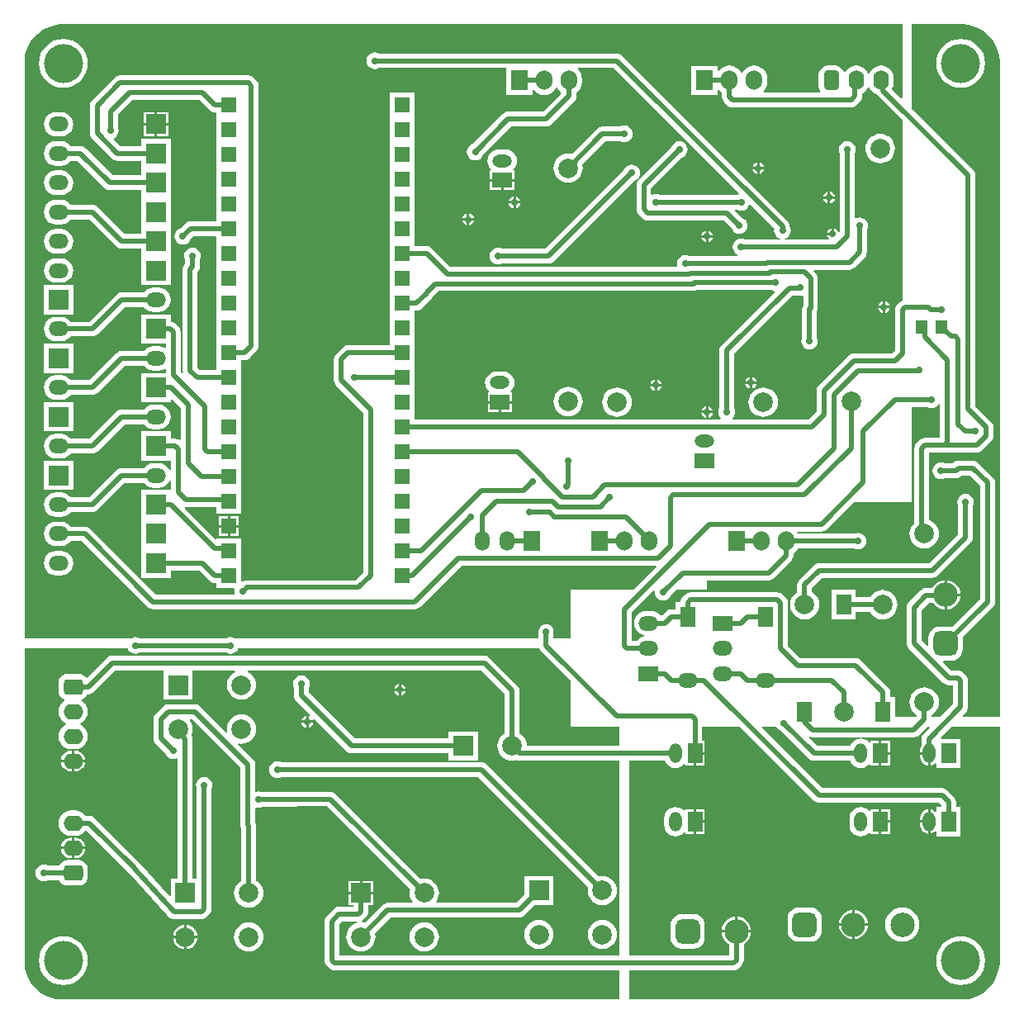
<source format=gbl>
G04*
G04 #@! TF.GenerationSoftware,Altium Limited,Altium Designer,21.3.2 (30)*
G04*
G04 Layer_Physical_Order=2*
G04 Layer_Color=16711680*
%FSLAX25Y25*%
%MOIN*%
G70*
G04*
G04 #@! TF.SameCoordinates,3938395F-A7AF-4B3E-ABAE-92C8EBC603DF*
G04*
G04*
G04 #@! TF.FilePolarity,Positive*
G04*
G01*
G75*
%ADD11C,0.01968*%
%ADD37R,0.06693X0.07874*%
%ADD38R,0.07874X0.07874*%
%ADD39R,0.05906X0.07874*%
%ADD40O,0.06693X0.07874*%
%ADD41O,0.05906X0.07874*%
%ADD44O,0.07874X0.05118*%
%ADD45R,0.07874X0.05906*%
%ADD48O,0.07874X0.05906*%
%ADD49O,0.07874X0.05906*%
%ADD50R,0.07874X0.05906*%
%ADD51C,0.07874*%
%ADD52O,0.05118X0.07874*%
%ADD53R,0.05906X0.07874*%
%ADD62R,0.04724X0.05709*%
G04:AMPARAMS|DCode=70|XSize=62.99mil|YSize=78.74mil|CornerRadius=15.75mil|HoleSize=0mil|Usage=FLASHONLY|Rotation=0.000|XOffset=0mil|YOffset=0mil|HoleType=Round|Shape=RoundedRectangle|*
%AMROUNDEDRECTD70*
21,1,0.06299,0.04724,0,0,0.0*
21,1,0.03150,0.07874,0,0,0.0*
1,1,0.03150,0.01575,-0.02362*
1,1,0.03150,-0.01575,-0.02362*
1,1,0.03150,-0.01575,0.02362*
1,1,0.03150,0.01575,0.02362*
%
%ADD70ROUNDEDRECTD70*%
%ADD71O,0.06299X0.07874*%
G04:AMPARAMS|DCode=72|XSize=62.99mil|YSize=78.74mil|CornerRadius=15.75mil|HoleSize=0mil|Usage=FLASHONLY|Rotation=90.000|XOffset=0mil|YOffset=0mil|HoleType=Round|Shape=RoundedRectangle|*
%AMROUNDEDRECTD72*
21,1,0.06299,0.04724,0,0,90.0*
21,1,0.03150,0.07874,0,0,90.0*
1,1,0.03150,0.02362,0.01575*
1,1,0.03150,0.02362,-0.01575*
1,1,0.03150,-0.02362,-0.01575*
1,1,0.03150,-0.02362,0.01575*
%
%ADD72ROUNDEDRECTD72*%
%ADD73O,0.07874X0.06299*%
G04:AMPARAMS|DCode=74|XSize=98.43mil|YSize=98.43mil|CornerRadius=24.61mil|HoleSize=0mil|Usage=FLASHONLY|Rotation=90.000|XOffset=0mil|YOffset=0mil|HoleType=Round|Shape=RoundedRectangle|*
%AMROUNDEDRECTD74*
21,1,0.09843,0.04921,0,0,90.0*
21,1,0.04921,0.09843,0,0,90.0*
1,1,0.04921,0.02461,0.02461*
1,1,0.04921,0.02461,-0.02461*
1,1,0.04921,-0.02461,-0.02461*
1,1,0.04921,-0.02461,0.02461*
%
%ADD74ROUNDEDRECTD74*%
%ADD75C,0.09843*%
%ADD76C,0.15748*%
G04:AMPARAMS|DCode=77|XSize=98.43mil|YSize=98.43mil|CornerRadius=24.61mil|HoleSize=0mil|Usage=FLASHONLY|Rotation=0.000|XOffset=0mil|YOffset=0mil|HoleType=Round|Shape=RoundedRectangle|*
%AMROUNDEDRECTD77*
21,1,0.09843,0.04921,0,0,0.0*
21,1,0.04921,0.09843,0,0,0.0*
1,1,0.04921,0.02461,-0.02461*
1,1,0.04921,-0.02461,-0.02461*
1,1,0.04921,-0.02461,0.02461*
1,1,0.04921,0.02461,0.02461*
%
%ADD77ROUNDEDRECTD77*%
%ADD78C,0.02756*%
%ADD79R,0.05937X0.05937*%
G36*
X354331Y364117D02*
X353869Y363926D01*
X350189Y367605D01*
X350258Y367694D01*
X350774Y368939D01*
X350950Y370276D01*
Y371850D01*
X350774Y373186D01*
X350258Y374432D01*
X349438Y375501D01*
X348369Y376321D01*
X347123Y376837D01*
X345787Y377013D01*
X344451Y376837D01*
X343206Y376321D01*
X342137Y375501D01*
X341317Y374432D01*
X341058Y373807D01*
X340517D01*
X340258Y374432D01*
X339438Y375501D01*
X338369Y376321D01*
X337123Y376837D01*
X335787Y377013D01*
X334451Y376837D01*
X333206Y376321D01*
X332137Y375501D01*
X331317Y374432D01*
X331276Y374334D01*
X330778Y374438D01*
X330457Y375212D01*
X329889Y375952D01*
X329149Y376520D01*
X328287Y376877D01*
X327362Y376999D01*
X324213D01*
X323288Y376877D01*
X322426Y376520D01*
X321685Y375952D01*
X321117Y375212D01*
X320760Y374350D01*
X320639Y373425D01*
Y368701D01*
X320760Y367776D01*
X321117Y366914D01*
X321307Y366667D01*
X321060Y366167D01*
X298504D01*
X298343Y366641D01*
X298397Y366682D01*
X299249Y367792D01*
X299784Y369085D01*
X299967Y370473D01*
Y371654D01*
X299784Y373041D01*
X299249Y374334D01*
X298397Y375444D01*
X297287Y376296D01*
X295994Y376832D01*
X294606Y377014D01*
X293219Y376832D01*
X291926Y376296D01*
X290816Y375444D01*
X289964Y374334D01*
X289856Y374075D01*
X289356D01*
X289249Y374334D01*
X288397Y375444D01*
X287287Y376296D01*
X285994Y376832D01*
X284606Y377014D01*
X283219Y376832D01*
X281926Y376296D01*
X280816Y375444D01*
X280421Y374930D01*
X279921Y375100D01*
Y376969D01*
X269291D01*
Y365158D01*
X279921D01*
Y367026D01*
X280421Y367196D01*
X280816Y366682D01*
X281628Y366058D01*
Y364342D01*
X281730Y363571D01*
X282027Y362853D01*
X282500Y362236D01*
X283653Y361083D01*
X284270Y360610D01*
X284989Y360312D01*
X285759Y360211D01*
X333661D01*
X334432Y360312D01*
X335151Y360610D01*
X335767Y361083D01*
X337294Y362609D01*
X337294Y362609D01*
X337767Y363226D01*
X338065Y363945D01*
X338166Y364715D01*
Y365721D01*
X338369Y365805D01*
X339438Y366625D01*
X340258Y367694D01*
X340517Y368319D01*
X341058D01*
X341317Y367694D01*
X342137Y366625D01*
X343206Y365805D01*
X344056Y365453D01*
X344510Y364861D01*
X354331Y355040D01*
Y282246D01*
X353995Y282107D01*
X353378Y281633D01*
X352225Y280480D01*
X351751Y279864D01*
X351454Y279145D01*
X351353Y278374D01*
Y262060D01*
X350144Y260852D01*
X334767D01*
X333996Y260751D01*
X333278Y260453D01*
X332661Y259980D01*
X332661Y259980D01*
X320729Y248047D01*
X320255Y247430D01*
X319958Y246712D01*
X319856Y245941D01*
Y237454D01*
X316680Y234277D01*
X285968D01*
X285798Y234777D01*
X285851Y234818D01*
X286388Y235517D01*
X286725Y236331D01*
X286840Y237205D01*
X286725Y238078D01*
X286443Y238759D01*
Y260825D01*
X309895Y284278D01*
X311789D01*
X312119Y284141D01*
X312992Y284026D01*
X313845Y284138D01*
X313948Y284139D01*
X314345Y283833D01*
Y280318D01*
X314052Y279612D01*
X313951Y278842D01*
Y267303D01*
X313669Y266622D01*
X313554Y265748D01*
X313669Y264874D01*
X314006Y264060D01*
X314542Y263361D01*
X315242Y262825D01*
X316055Y262488D01*
X316929Y262373D01*
X317803Y262488D01*
X318617Y262825D01*
X319316Y263361D01*
X319852Y264060D01*
X320189Y264874D01*
X320304Y265748D01*
X320189Y266622D01*
X319907Y267303D01*
Y277759D01*
X320200Y278465D01*
X320301Y279235D01*
Y291090D01*
X320301Y291090D01*
X320200Y291861D01*
X319902Y292579D01*
X319429Y293196D01*
X318466Y294158D01*
X318658Y294620D01*
X333004D01*
X333775Y294722D01*
X334493Y295019D01*
X335110Y295493D01*
X339196Y299579D01*
X339196Y299579D01*
X339670Y300196D01*
X339967Y300914D01*
X340069Y301685D01*
X340069Y301685D01*
Y310830D01*
X340351Y311511D01*
X340466Y312385D01*
X340351Y313259D01*
X340014Y314073D01*
X339477Y314772D01*
X338778Y315308D01*
X337964Y315645D01*
X337090Y315760D01*
X336217Y315645D01*
X335569Y315377D01*
X335069Y315627D01*
Y341575D01*
X335351Y342256D01*
X335466Y343130D01*
X335351Y344004D01*
X335014Y344818D01*
X334477Y345517D01*
X333778Y346053D01*
X332964Y346390D01*
X332090Y346505D01*
X331217Y346390D01*
X330403Y346053D01*
X329704Y345517D01*
X329167Y344818D01*
X328830Y344004D01*
X328715Y343130D01*
X328830Y342256D01*
X329112Y341575D01*
Y309907D01*
X329045Y309864D01*
X328512Y309983D01*
X327986Y310770D01*
X327200Y311295D01*
X326772Y311380D01*
Y309055D01*
X326272D01*
Y308555D01*
X323947D01*
X324032Y308127D01*
X324557Y307341D01*
X324673Y307263D01*
X324521Y306763D01*
X307057D01*
X306957Y307263D01*
X307678Y307562D01*
X308377Y308098D01*
X308914Y308797D01*
X309251Y309611D01*
X309366Y310485D01*
X309251Y311359D01*
X308969Y312040D01*
Y312120D01*
X308867Y312891D01*
X308570Y313609D01*
X308097Y314226D01*
X308096Y314226D01*
X241231Y381091D01*
X240614Y381564D01*
X239896Y381862D01*
X239125Y381963D01*
X143045D01*
X142364Y382245D01*
X141491Y382360D01*
X140617Y382245D01*
X139803Y381908D01*
X139104Y381372D01*
X138567Y380673D01*
X138230Y379859D01*
X138115Y378985D01*
X138230Y378111D01*
X138567Y377297D01*
X139104Y376598D01*
X139803Y376062D01*
X140617Y375725D01*
X141491Y375610D01*
X142364Y375725D01*
X143045Y376007D01*
X194488D01*
Y365158D01*
X205118D01*
Y367026D01*
X205618Y367196D01*
X206013Y366682D01*
X207123Y365830D01*
X208416Y365294D01*
X209803Y365112D01*
X211191Y365294D01*
X212484Y365830D01*
X213594Y366682D01*
X214446Y367792D01*
X214553Y368051D01*
X215053D01*
X215161Y367792D01*
X216013Y366682D01*
X216520Y366292D01*
X216558Y365652D01*
X209369Y358463D01*
X195291D01*
X194520Y358362D01*
X193801Y358064D01*
X193185Y357591D01*
X180984Y345390D01*
X180303Y345108D01*
X179604Y344572D01*
X179067Y343873D01*
X178730Y343059D01*
X178615Y342185D01*
X178730Y341311D01*
X179067Y340497D01*
X179604Y339798D01*
X180303Y339262D01*
X181117Y338925D01*
X181991Y338810D01*
X182864Y338925D01*
X183678Y339262D01*
X184377Y339798D01*
X184914Y340497D01*
X185196Y341178D01*
X196524Y352507D01*
X210603D01*
X211374Y352608D01*
X212092Y352906D01*
X212709Y353379D01*
X221909Y362579D01*
X221909Y362579D01*
X222382Y363196D01*
X222680Y363914D01*
X222781Y364685D01*
Y366058D01*
X223594Y366682D01*
X224446Y367792D01*
X224981Y369085D01*
X225164Y370473D01*
Y371654D01*
X224981Y373041D01*
X224446Y374334D01*
X223594Y375444D01*
X223478Y375533D01*
X223639Y376007D01*
X237892D01*
X288326Y325573D01*
X288202Y324989D01*
X287815Y324829D01*
X256476D01*
X255795Y325111D01*
X254921Y325226D01*
X254048Y325111D01*
X253478Y324875D01*
X252978Y325171D01*
Y327461D01*
X265397Y339880D01*
X266078Y340162D01*
X266777Y340698D01*
X267314Y341397D01*
X267651Y342211D01*
X267766Y343085D01*
X267651Y343959D01*
X267314Y344773D01*
X266777Y345472D01*
X266078Y346008D01*
X265264Y346345D01*
X264390Y346460D01*
X263517Y346345D01*
X262703Y346008D01*
X262004Y345472D01*
X261467Y344773D01*
X261185Y344092D01*
X247894Y330800D01*
X247421Y330184D01*
X247123Y329465D01*
X247022Y328695D01*
Y319067D01*
X247123Y318296D01*
X247421Y317577D01*
X247894Y316961D01*
X249441Y315414D01*
X250058Y314941D01*
X250776Y314643D01*
X251547Y314541D01*
X282237D01*
X285400Y311378D01*
X285682Y310697D01*
X286219Y309998D01*
X286918Y309462D01*
X287732Y309125D01*
X288605Y309010D01*
X289479Y309125D01*
X290293Y309462D01*
X290992Y309998D01*
X291529Y310697D01*
X291866Y311511D01*
X291981Y312385D01*
X291866Y313259D01*
X291529Y314073D01*
X290992Y314772D01*
X290293Y315308D01*
X289612Y315590D01*
X286792Y318410D01*
X286984Y318872D01*
X287815D01*
X288496Y318590D01*
X289370Y318475D01*
X290244Y318590D01*
X291058Y318927D01*
X291757Y319464D01*
X292293Y320163D01*
X292509Y320683D01*
X293092Y320806D01*
X302708Y311190D01*
X302615Y310485D01*
X302730Y309611D01*
X303067Y308797D01*
X303604Y308098D01*
X304303Y307562D01*
X305024Y307263D01*
X304924Y306763D01*
X290845D01*
X290164Y307045D01*
X289290Y307160D01*
X288417Y307045D01*
X287603Y306708D01*
X286904Y306172D01*
X286367Y305473D01*
X286030Y304659D01*
X285915Y303785D01*
X286030Y302911D01*
X286367Y302097D01*
X286904Y301398D01*
X287603Y300862D01*
X287940Y300722D01*
X287840Y300222D01*
X268287D01*
X267606Y300504D01*
X266732Y300619D01*
X265859Y300504D01*
X265045Y300167D01*
X264346Y299631D01*
X263809Y298932D01*
X263472Y298118D01*
X263357Y297244D01*
X263469Y296392D01*
X263470Y296288D01*
X263163Y295892D01*
X171903D01*
X164547Y303248D01*
X163930Y303721D01*
X163212Y304018D01*
X162441Y304120D01*
X157850D01*
X157496Y304473D01*
X157496Y306079D01*
X157496Y306579D01*
Y315705D01*
X157496Y316079D01*
X157496Y316579D01*
Y325705D01*
X157496Y326079D01*
X157496Y326579D01*
Y335705D01*
X157496Y336079D01*
X157496Y336579D01*
Y345705D01*
X157496Y346079D01*
X157496Y346579D01*
Y355705D01*
X157496Y356079D01*
X157496Y356579D01*
Y366079D01*
X147622D01*
Y356579D01*
X147622Y356205D01*
X147622Y355705D01*
Y346579D01*
X147622Y346205D01*
X147622Y345705D01*
Y336579D01*
X147622Y336205D01*
X147622Y335705D01*
Y326579D01*
X147622Y326205D01*
X147622Y325705D01*
Y316579D01*
X147622Y316205D01*
X147622Y315705D01*
Y306579D01*
X147622Y306205D01*
X147622Y305705D01*
Y296579D01*
X147622Y296205D01*
X147622Y295705D01*
Y286579D01*
X147622Y286205D01*
X147622Y285705D01*
Y276579D01*
X147622Y276205D01*
X147622Y275705D01*
Y266579D01*
X147622Y266205D01*
X147622Y265705D01*
Y264120D01*
X130591D01*
X130591Y264120D01*
X130205Y264069D01*
X129820Y264018D01*
X129101Y263721D01*
X128485Y263248D01*
X125847Y260610D01*
X125373Y259993D01*
X125076Y259275D01*
X124975Y258504D01*
Y250000D01*
X125076Y249229D01*
X125373Y248511D01*
X125847Y247894D01*
X136785Y236955D01*
Y172494D01*
X133609Y169317D01*
X89780D01*
X89009Y169215D01*
X88291Y168918D01*
X87996Y168692D01*
X87496Y168938D01*
Y176079D01*
X87496D01*
Y176205D01*
X87496D01*
Y186079D01*
X77622D01*
Y186079D01*
X77176Y185894D01*
X64789Y198281D01*
X64975Y198710D01*
X65019Y198758D01*
X77622D01*
Y196205D01*
X87496D01*
Y206079D01*
X87496D01*
Y206205D01*
X87496D01*
Y216079D01*
X87496D01*
Y216205D01*
X87496D01*
Y225705D01*
X87496Y226079D01*
X87496Y226579D01*
Y235705D01*
X87496Y236079D01*
X87496Y236579D01*
Y245705D01*
X87496Y246079D01*
X87496Y246579D01*
Y255705D01*
X87496Y256079D01*
X87496Y256579D01*
Y258163D01*
X88898D01*
X89668Y258265D01*
X90387Y258562D01*
X91004Y259036D01*
X93641Y261674D01*
X94115Y262290D01*
X94412Y263009D01*
X94514Y263779D01*
Y368926D01*
X94412Y369696D01*
X94115Y370415D01*
X93641Y371031D01*
X92488Y372185D01*
X91871Y372658D01*
X91153Y372955D01*
X90382Y373057D01*
X38584D01*
X37813Y372955D01*
X37095Y372658D01*
X36478Y372185D01*
X36478Y372185D01*
X27385Y363091D01*
X26911Y362474D01*
X26614Y361756D01*
X26512Y360985D01*
Y349685D01*
X26614Y348914D01*
X26911Y348196D01*
X27385Y347579D01*
X35534Y339430D01*
X35534Y339429D01*
X36151Y338956D01*
X36869Y338659D01*
X37640Y338557D01*
X47244D01*
Y335630D01*
Y332703D01*
X35682D01*
X24744Y343641D01*
X24127Y344115D01*
X23409Y344412D01*
X22638Y344514D01*
X18682D01*
X18274Y345045D01*
X17246Y345834D01*
X16048Y346330D01*
X14764Y346499D01*
X12795D01*
X11511Y346330D01*
X10313Y345834D01*
X9285Y345045D01*
X8497Y344017D01*
X8001Y342820D01*
X7832Y341535D01*
X8001Y340251D01*
X8497Y339054D01*
X9285Y338026D01*
X10313Y337237D01*
X11511Y336741D01*
X12795Y336572D01*
X14764D01*
X16048Y336741D01*
X17246Y337237D01*
X18274Y338026D01*
X18682Y338557D01*
X21404D01*
X32343Y327619D01*
X32343Y327619D01*
X32960Y327145D01*
X33678Y326848D01*
X34449Y326746D01*
X34449Y326746D01*
X47244D01*
Y323819D01*
Y312508D01*
X47244Y312008D01*
X47244Y311508D01*
Y309081D01*
X40535D01*
X29596Y320019D01*
X28980Y320493D01*
X28261Y320790D01*
X27491Y320892D01*
X18682D01*
X18274Y321423D01*
X17246Y322212D01*
X16048Y322708D01*
X14764Y322877D01*
X12795D01*
X11511Y322708D01*
X10313Y322212D01*
X9285Y321423D01*
X8497Y320395D01*
X8001Y319198D01*
X7832Y317913D01*
X8001Y316629D01*
X8497Y315432D01*
X9285Y314404D01*
X10313Y313615D01*
X11511Y313119D01*
X12795Y312950D01*
X14764D01*
X16048Y313119D01*
X17246Y313615D01*
X18274Y314404D01*
X18682Y314935D01*
X26257D01*
X37196Y303996D01*
X37813Y303523D01*
X38531Y303225D01*
X39302Y303124D01*
X39302Y303124D01*
X47244D01*
Y300197D01*
Y288386D01*
X59055D01*
Y300197D01*
Y311508D01*
X59055Y312008D01*
X59055Y312508D01*
Y323819D01*
Y335630D01*
Y347441D01*
X47244D01*
Y344514D01*
X38874D01*
X36094Y347294D01*
X36191Y347784D01*
X36378Y347862D01*
X37077Y348398D01*
X37614Y349097D01*
X37951Y349911D01*
X38066Y350785D01*
X37951Y351659D01*
X37669Y352340D01*
Y357276D01*
X43556Y363163D01*
X70617D01*
X74744Y359036D01*
X74745Y359036D01*
X75361Y358562D01*
X76080Y358265D01*
X76850Y358163D01*
X76851Y358163D01*
X77269D01*
X77622Y357810D01*
X77622Y356205D01*
X77622Y355705D01*
Y346579D01*
X77622Y346205D01*
X77622Y345705D01*
Y336579D01*
X77622Y336205D01*
X77622Y335705D01*
Y326579D01*
X77622Y326205D01*
X77622Y325705D01*
Y316579D01*
X77622Y316205D01*
X77622Y315705D01*
Y314120D01*
X67047D01*
X66276Y314018D01*
X65558Y313721D01*
X64941Y313248D01*
X64941Y313247D01*
X62970Y311276D01*
X62289Y310994D01*
X61590Y310458D01*
X61053Y309758D01*
X60716Y308945D01*
X60601Y308071D01*
X60716Y307197D01*
X61053Y306383D01*
X61590Y305684D01*
X62289Y305148D01*
X63103Y304811D01*
X63976Y304696D01*
X64850Y304811D01*
X65664Y305148D01*
X66363Y305684D01*
X66900Y306383D01*
X67182Y307064D01*
X68281Y308163D01*
X77269D01*
X77622Y307810D01*
X77622Y306205D01*
X77622Y305705D01*
Y296579D01*
X77622Y296205D01*
X77622Y295705D01*
Y286579D01*
X77622Y286205D01*
X77622Y285705D01*
Y276579D01*
X77622Y276205D01*
X77622Y275705D01*
Y266579D01*
X77622Y266205D01*
X77622Y265705D01*
Y256579D01*
X77622Y256205D01*
X77622Y255705D01*
Y254120D01*
X70968D01*
X69907Y255180D01*
Y293669D01*
X69999Y293760D01*
X70472Y294377D01*
X70770Y295095D01*
X70820Y295481D01*
X70871Y295866D01*
X70871Y295866D01*
Y298663D01*
X71153Y299344D01*
X71268Y300217D01*
X71153Y301091D01*
X70816Y301905D01*
X70280Y302604D01*
X69581Y303140D01*
X68766Y303478D01*
X67893Y303593D01*
X67019Y303478D01*
X66205Y303140D01*
X65506Y302604D01*
X64970Y301905D01*
X64632Y301091D01*
X64517Y300217D01*
X64632Y299344D01*
X64915Y298663D01*
Y297100D01*
X64823Y297008D01*
X64350Y296392D01*
X64052Y295673D01*
X63951Y294902D01*
Y253946D01*
X64052Y253176D01*
X64076Y253118D01*
X63652Y252835D01*
X63069Y253419D01*
Y269516D01*
X62967Y270287D01*
X62670Y271005D01*
X62196Y271622D01*
X61043Y272775D01*
X60426Y273249D01*
X59708Y273546D01*
X59055Y273632D01*
Y276575D01*
X47244D01*
Y264764D01*
X57112D01*
Y263341D01*
X56664Y263120D01*
X56616Y263157D01*
X55418Y263653D01*
X54134Y263822D01*
X52165D01*
X50881Y263653D01*
X49683Y263157D01*
X48655Y262368D01*
X48248Y261837D01*
X39302D01*
X39301Y261837D01*
X38531Y261735D01*
X37812Y261438D01*
X37196Y260964D01*
X37196Y260964D01*
X26257Y250026D01*
X18682D01*
X18274Y250557D01*
X17246Y251346D01*
X16048Y251842D01*
X14764Y252011D01*
X12795D01*
X11511Y251842D01*
X10313Y251346D01*
X9285Y250557D01*
X8497Y249529D01*
X8001Y248332D01*
X7832Y247047D01*
X8001Y245762D01*
X8497Y244565D01*
X9285Y243537D01*
X10313Y242748D01*
X11511Y242253D01*
X12795Y242084D01*
X14764D01*
X16048Y242253D01*
X17246Y242748D01*
X18274Y243537D01*
X18682Y244069D01*
X27491D01*
X28261Y244170D01*
X28980Y244468D01*
X29596Y244941D01*
X40535Y255880D01*
X48248D01*
X48655Y255348D01*
X49683Y254559D01*
X50881Y254064D01*
X52165Y253894D01*
X54134D01*
X55418Y254064D01*
X56616Y254559D01*
X56664Y254596D01*
X57112Y254375D01*
Y252953D01*
X47244D01*
Y241142D01*
X59055D01*
Y242182D01*
X59517Y242373D01*
X63012Y238878D01*
Y226122D01*
X62512Y225875D01*
X62344Y226004D01*
X61626Y226302D01*
X60855Y226403D01*
X59055D01*
Y229331D01*
X47244D01*
Y217520D01*
X59030D01*
Y213961D01*
X58530Y213861D01*
X58433Y214096D01*
X57644Y215124D01*
X56616Y215913D01*
X55418Y216409D01*
X54134Y216578D01*
X52165D01*
X50881Y216409D01*
X49683Y215913D01*
X48655Y215124D01*
X48248Y214592D01*
X39302D01*
X39301Y214592D01*
X38531Y214491D01*
X37812Y214193D01*
X37196Y213720D01*
X37196Y213720D01*
X26257Y202781D01*
X18682D01*
X18274Y203313D01*
X17246Y204102D01*
X16048Y204598D01*
X14764Y204767D01*
X12795D01*
X11511Y204598D01*
X10313Y204102D01*
X9285Y203313D01*
X8497Y202285D01*
X8001Y201088D01*
X7832Y199803D01*
X8001Y198518D01*
X8497Y197321D01*
X9285Y196293D01*
X10313Y195504D01*
X11511Y195008D01*
X12795Y194839D01*
X14764D01*
X16048Y195008D01*
X17246Y195504D01*
X18274Y196293D01*
X18682Y196825D01*
X27491D01*
X28261Y196926D01*
X28980Y197224D01*
X29596Y197697D01*
X40535Y208636D01*
X48248D01*
X48655Y208104D01*
X49683Y207315D01*
X50881Y206820D01*
X52165Y206650D01*
X54134D01*
X55418Y206820D01*
X56616Y207315D01*
X57644Y208104D01*
X58433Y209132D01*
X58530Y209367D01*
X59030Y209267D01*
Y205709D01*
X47244D01*
Y193897D01*
Y182087D01*
Y170275D01*
X59055D01*
Y173203D01*
X70617D01*
X74784Y169036D01*
X75401Y168562D01*
X76119Y168265D01*
X76890Y168163D01*
X76890Y168163D01*
X77622D01*
Y166205D01*
X84601D01*
X84770Y165951D01*
X84865Y165705D01*
X84760Y164907D01*
X84872Y164055D01*
X84873Y163951D01*
X84567Y163555D01*
X53033D01*
X26489Y190098D01*
X25873Y190571D01*
X25154Y190869D01*
X24384Y190970D01*
X18682D01*
X18274Y191502D01*
X17246Y192291D01*
X16048Y192787D01*
X14764Y192956D01*
X12795D01*
X11511Y192787D01*
X10313Y192291D01*
X9285Y191502D01*
X8497Y190474D01*
X8001Y189277D01*
X7832Y187992D01*
X8001Y186707D01*
X8497Y185510D01*
X9285Y184482D01*
X10313Y183693D01*
X11511Y183197D01*
X12795Y183028D01*
X14764D01*
X16048Y183197D01*
X17246Y183693D01*
X18274Y184482D01*
X18682Y185014D01*
X23150D01*
X49693Y158470D01*
X50310Y157997D01*
X51028Y157700D01*
X51799Y157598D01*
X51799Y157598D01*
X157624D01*
X158395Y157700D01*
X159113Y157997D01*
X159730Y158470D01*
X176430Y175171D01*
X242126D01*
X242126Y175171D01*
X254952D01*
X255143Y174709D01*
X245788Y165354D01*
X220472D01*
Y145669D01*
X213608D01*
Y148622D01*
X213507Y149393D01*
X213209Y150111D01*
X212736Y150728D01*
X212119Y151201D01*
X211401Y151499D01*
X210630Y151600D01*
X209859Y151499D01*
X209141Y151201D01*
X208524Y150728D01*
X208051Y150111D01*
X207753Y149393D01*
X207652Y148622D01*
Y145669D01*
X85120D01*
X84809Y145908D01*
X83995Y146245D01*
X83121Y146360D01*
X82248Y146245D01*
X81567Y145963D01*
X46445D01*
X45764Y146245D01*
X44891Y146360D01*
X44017Y146245D01*
X43203Y145908D01*
X42892Y145669D01*
X0D01*
Y377953D01*
Y378985D01*
X270Y381032D01*
X804Y383026D01*
X1594Y384933D01*
X2626Y386721D01*
X3883Y388358D01*
X5342Y389818D01*
X6980Y391075D01*
X8768Y392107D01*
X10675Y392897D01*
X12669Y393431D01*
X14716Y393701D01*
X15748Y393701D01*
X354331Y393701D01*
Y364117D01*
D02*
G37*
G36*
X302237Y286070D02*
X302520Y286033D01*
X302699Y285505D01*
X281359Y264165D01*
X280885Y263548D01*
X280588Y262830D01*
X280486Y262059D01*
Y238759D01*
X280204Y238078D01*
X280089Y237205D01*
X280204Y236331D01*
X280541Y235517D01*
X281078Y234818D01*
X281131Y234777D01*
X280961Y234277D01*
X157850D01*
X157496Y234631D01*
X157496Y236079D01*
X157496Y236579D01*
Y245705D01*
X157496Y246079D01*
X157496Y246579D01*
Y256079D01*
X157496D01*
Y256205D01*
X157496D01*
Y265705D01*
X157496Y266079D01*
X157496Y266579D01*
Y275705D01*
X157496Y276079D01*
X157496Y276579D01*
Y278163D01*
X158223D01*
X158994Y278265D01*
X159712Y278562D01*
X160329Y279036D01*
X164507Y283214D01*
X164507Y283214D01*
X164880Y283699D01*
X167178Y285998D01*
X270157D01*
X270928Y286100D01*
X271538Y286352D01*
X301556D01*
X302237Y286070D01*
D02*
G37*
G36*
X381032Y393431D02*
X383026Y392897D01*
X384933Y392107D01*
X386721Y391075D01*
X388358Y389818D01*
X389818Y388358D01*
X391075Y386721D01*
X392107Y384933D01*
X392897Y383026D01*
X393431Y381032D01*
X393701Y378985D01*
X393701Y377953D01*
X393701Y114173D01*
X378881D01*
X378690Y114635D01*
X380059Y116004D01*
X380532Y116621D01*
X380830Y117339D01*
X380931Y118110D01*
X380931Y118110D01*
Y128768D01*
X380830Y129539D01*
X380532Y130257D01*
X380059Y130874D01*
X378906Y132027D01*
X378289Y132501D01*
X377570Y132798D01*
X376800Y132899D01*
X374287D01*
X370875Y136311D01*
X371066Y136773D01*
X374311D01*
X375467Y136925D01*
X376545Y137371D01*
X377470Y138081D01*
X378180Y139006D01*
X378626Y140084D01*
X378778Y141240D01*
Y146161D01*
X378749Y146387D01*
X390885Y158524D01*
X390885Y158524D01*
X391359Y159141D01*
X391656Y159859D01*
X391758Y160630D01*
X391758Y160630D01*
Y208661D01*
X391758Y208661D01*
X391656Y209432D01*
X391359Y210151D01*
X390885Y210767D01*
X384980Y216673D01*
X384363Y217146D01*
X383645Y217444D01*
X382874Y217545D01*
X377070D01*
X376299Y217444D01*
X375581Y217146D01*
X374964Y216673D01*
X374758Y216467D01*
X371529D01*
X370848Y216749D01*
X369974Y216864D01*
X369101Y216749D01*
X368287Y216412D01*
X367588Y215876D01*
X367051Y215177D01*
X366714Y214363D01*
X366599Y213489D01*
X366714Y212615D01*
X367051Y211801D01*
X367588Y211102D01*
X368287Y210566D01*
X369101Y210229D01*
X369974Y210114D01*
X370848Y210229D01*
X371529Y210511D01*
X375992D01*
X376763Y210612D01*
X377481Y210910D01*
X378098Y211383D01*
X378303Y211589D01*
X381640D01*
X385801Y207428D01*
Y161864D01*
X374537Y150599D01*
X374311Y150629D01*
X369390D01*
X368233Y150477D01*
X367156Y150030D01*
X366231Y149320D01*
X365521Y148395D01*
X365075Y147318D01*
X364922Y146161D01*
Y142917D01*
X364460Y142726D01*
X362061Y145125D01*
Y157062D01*
X365210Y160211D01*
X366833D01*
X366903Y160080D01*
X367643Y159179D01*
X368545Y158439D01*
X369573Y157889D01*
X370690Y157550D01*
X371350Y157485D01*
Y163386D01*
Y169287D01*
X370690Y169221D01*
X369573Y168883D01*
X368545Y168333D01*
X367643Y167593D01*
X366903Y166691D01*
X366623Y166167D01*
X363976D01*
X363206Y166066D01*
X362487Y165768D01*
X361870Y165295D01*
X356977Y160402D01*
X356504Y159785D01*
X356206Y159066D01*
X356105Y158296D01*
Y143891D01*
X356206Y143120D01*
X356504Y142402D01*
X356977Y141785D01*
X370947Y127815D01*
X370947Y127815D01*
X371564Y127342D01*
X372282Y127044D01*
X373053Y126943D01*
X373053Y126943D01*
X374974D01*
Y119344D01*
X369804Y114173D01*
X366167D01*
Y114974D01*
X366486Y115145D01*
X367385Y115883D01*
X368123Y116782D01*
X368671Y117808D01*
X369009Y118921D01*
X369123Y120079D01*
X369009Y121237D01*
X368671Y122350D01*
X368123Y123376D01*
X367385Y124275D01*
X366486Y125013D01*
X365460Y125561D01*
X364347Y125899D01*
X363189Y126013D01*
X362031Y125899D01*
X360918Y125561D01*
X359892Y125013D01*
X358993Y124275D01*
X358255Y123376D01*
X357707Y122350D01*
X357369Y121237D01*
X357255Y120079D01*
X357369Y118921D01*
X357707Y117808D01*
X358255Y116782D01*
X358993Y115883D01*
X359892Y115145D01*
X360211Y114974D01*
Y114423D01*
X359961Y114173D01*
X351378D01*
Y122047D01*
X349435D01*
Y124016D01*
X349334Y124786D01*
X349036Y125505D01*
X348563Y126122D01*
X337736Y136949D01*
X337119Y137422D01*
X336401Y137719D01*
X335630Y137821D01*
X313242D01*
X308096Y142966D01*
Y160264D01*
X307995Y161035D01*
X307697Y161753D01*
X307224Y162370D01*
X306071Y163523D01*
X305454Y163997D01*
X304736Y164294D01*
X303965Y164396D01*
X268870D01*
X268099Y164294D01*
X267381Y163997D01*
X266764Y163523D01*
X265611Y162370D01*
X265137Y161753D01*
X264840Y161035D01*
X264761Y160433D01*
X262795D01*
Y157506D01*
X261050D01*
X261050Y157506D01*
X260279Y157404D01*
X259561Y157107D01*
X258944Y156634D01*
X258944Y156633D01*
X257329Y155019D01*
X256797Y155043D01*
X256463Y155478D01*
X255435Y156267D01*
X254238Y156763D01*
X252953Y156932D01*
X250984D01*
X249700Y156763D01*
X248502Y156267D01*
X247474Y155478D01*
X246686Y154450D01*
X246190Y153253D01*
X246021Y151968D01*
X246190Y150684D01*
X246686Y149487D01*
X247474Y148459D01*
X248502Y147670D01*
X249700Y147174D01*
X250242Y147102D01*
Y146598D01*
X249700Y146527D01*
X248502Y146031D01*
X247474Y145242D01*
X247066Y144711D01*
X245104D01*
Y156247D01*
X253903Y165045D01*
X254489Y164959D01*
X254562Y164854D01*
X254499Y164370D01*
X254614Y163496D01*
X254951Y162682D01*
X255487Y161983D01*
X256186Y161447D01*
X257000Y161110D01*
X257874Y160995D01*
X258748Y161110D01*
X259562Y161447D01*
X260261Y161983D01*
X260797Y162682D01*
X261079Y163363D01*
X263070Y165354D01*
X275590D01*
Y169307D01*
X300590D01*
X301361Y169408D01*
X302080Y169706D01*
X302696Y170179D01*
X309507Y176990D01*
X309981Y177607D01*
X310278Y178325D01*
X310329Y178711D01*
X310380Y179096D01*
X310380Y179096D01*
Y180035D01*
X311192Y180658D01*
X312044Y181769D01*
X312165Y182061D01*
X334919D01*
X335600Y181779D01*
X336473Y181664D01*
X337347Y181779D01*
X338161Y182116D01*
X338860Y182653D01*
X339397Y183352D01*
X339734Y184166D01*
X339849Y185039D01*
X339734Y185913D01*
X339397Y186727D01*
X338860Y187426D01*
X338161Y187963D01*
X337347Y188300D01*
X336473Y188415D01*
X335600Y188300D01*
X334919Y188018D01*
X312165D01*
X312044Y188310D01*
X311896Y188503D01*
X312118Y188951D01*
X321851D01*
X322621Y189053D01*
X323340Y189350D01*
X323957Y189823D01*
X334921Y200787D01*
X358268D01*
Y239148D01*
X364587D01*
X365268Y238866D01*
X366142Y238751D01*
X367015Y238866D01*
X367829Y239203D01*
X368529Y239739D01*
X369065Y240438D01*
X369112Y240553D01*
X369612Y240454D01*
Y226663D01*
X363358D01*
X362587Y226562D01*
X361869Y226264D01*
X361252Y225791D01*
X360099Y224638D01*
X359626Y224021D01*
X359328Y223303D01*
X359226Y222532D01*
Y192380D01*
X358993Y192188D01*
X358255Y191289D01*
X357707Y190263D01*
X357369Y189150D01*
X357255Y187992D01*
X357369Y186834D01*
X357707Y185721D01*
X358255Y184695D01*
X358993Y183796D01*
X359892Y183058D01*
X360918Y182510D01*
X362031Y182172D01*
X363189Y182058D01*
X364347Y182172D01*
X365460Y182510D01*
X366486Y183058D01*
X367385Y183796D01*
X368123Y184695D01*
X368671Y185721D01*
X369009Y186834D01*
X369123Y187992D01*
X369009Y189150D01*
X368671Y190263D01*
X368123Y191289D01*
X367385Y192188D01*
X366486Y192926D01*
X365460Y193474D01*
X365183Y193558D01*
Y220707D01*
X384337D01*
X385108Y220808D01*
X385826Y221106D01*
X386443Y221579D01*
X390295Y225431D01*
X390295Y225431D01*
X390768Y226048D01*
X391066Y226766D01*
X391167Y227537D01*
Y231124D01*
X391066Y231895D01*
X390768Y232614D01*
X390295Y233230D01*
X383884Y239642D01*
Y332677D01*
X383782Y333448D01*
X383485Y334166D01*
X383011Y334783D01*
X383011Y334783D01*
X358268Y359527D01*
Y393701D01*
X378985D01*
X381032Y393431D01*
D02*
G37*
G36*
X208051Y141227D02*
X208524Y140611D01*
X220472Y128662D01*
Y110236D01*
X240158D01*
Y102388D01*
X202782D01*
X202670Y103520D01*
X202333Y104633D01*
X201784Y105659D01*
X201046Y106558D01*
X200147Y107296D01*
X199829Y107466D01*
Y124685D01*
X199727Y125456D01*
X199430Y126174D01*
X198956Y126791D01*
X187856Y137891D01*
X187240Y138364D01*
X186521Y138662D01*
X185750Y138763D01*
X35391D01*
X35391Y138763D01*
X34620Y138662D01*
X33902Y138364D01*
X33285Y137891D01*
X33285Y137891D01*
X25373Y129978D01*
X24874Y130011D01*
X24574Y130401D01*
X23834Y130969D01*
X22972Y131326D01*
X22047Y131448D01*
X17323D01*
X16398Y131326D01*
X15536Y130969D01*
X14796Y130401D01*
X14228Y129661D01*
X13871Y128799D01*
X13749Y127874D01*
Y124724D01*
X13871Y123800D01*
X14228Y122938D01*
X14796Y122197D01*
X15536Y121629D01*
X16310Y121309D01*
X16414Y120810D01*
X16316Y120770D01*
X15247Y119949D01*
X14427Y118880D01*
X13911Y117635D01*
X13735Y116299D01*
X13911Y114963D01*
X14427Y113718D01*
X15247Y112649D01*
X16316Y111829D01*
X16941Y111570D01*
Y111029D01*
X16316Y110770D01*
X15247Y109950D01*
X14427Y108880D01*
X13911Y107635D01*
X13735Y106299D01*
X13911Y104963D01*
X14427Y103718D01*
X15247Y102649D01*
X16316Y101829D01*
X17561Y101313D01*
X18898Y101137D01*
X20472D01*
X21808Y101313D01*
X23054Y101829D01*
X24123Y102649D01*
X24943Y103718D01*
X25459Y104963D01*
X25635Y106299D01*
X25459Y107635D01*
X24943Y108880D01*
X24123Y109950D01*
X23054Y110770D01*
X22429Y111029D01*
Y111570D01*
X23054Y111829D01*
X24123Y112649D01*
X24943Y113718D01*
X25459Y114963D01*
X25635Y116299D01*
X25459Y117635D01*
X24943Y118880D01*
X24123Y119949D01*
X23054Y120770D01*
X22956Y120810D01*
X23060Y121309D01*
X23834Y121629D01*
X24574Y122197D01*
X25142Y122938D01*
X25301Y123321D01*
X25905D01*
X26676Y123423D01*
X27395Y123720D01*
X28012Y124193D01*
X36625Y132807D01*
X56102D01*
Y121063D01*
X67913D01*
Y132807D01*
X84933D01*
X85058Y132307D01*
X84302Y131902D01*
X83402Y131165D01*
X82664Y130265D01*
X82116Y129239D01*
X81778Y128126D01*
X81664Y126968D01*
X81778Y125811D01*
X82116Y124698D01*
X82664Y123672D01*
X83402Y122772D01*
X84302Y122034D01*
X85328Y121486D01*
X86441Y121148D01*
X87598Y121034D01*
X88756Y121148D01*
X89869Y121486D01*
X90895Y122034D01*
X91794Y122772D01*
X92532Y123672D01*
X93081Y124698D01*
X93418Y125811D01*
X93532Y126968D01*
X93418Y128126D01*
X93081Y129239D01*
X92532Y130265D01*
X91794Y131165D01*
X90895Y131902D01*
X90139Y132307D01*
X90264Y132807D01*
X184517D01*
X193872Y123451D01*
Y107466D01*
X193553Y107296D01*
X192654Y106558D01*
X191916Y105659D01*
X191368Y104633D01*
X191030Y103520D01*
X190916Y102362D01*
X191030Y101205D01*
X191368Y100091D01*
X191916Y99065D01*
X192654Y98166D01*
X193553Y97428D01*
X194580Y96880D01*
X195693Y96542D01*
X196850Y96428D01*
X198008Y96542D01*
X198586Y96718D01*
X199032Y96533D01*
X199803Y96431D01*
X240158D01*
Y17742D01*
X126994D01*
Y30262D01*
X128202Y31471D01*
X134118D01*
X134192Y30971D01*
X133556Y30778D01*
X132530Y30229D01*
X131631Y29491D01*
X130893Y28592D01*
X130344Y27566D01*
X130007Y26453D01*
X129893Y25295D01*
X130007Y24138D01*
X130344Y23024D01*
X130893Y21998D01*
X131631Y21099D01*
X132530Y20361D01*
X133556Y19813D01*
X134669Y19475D01*
X135827Y19361D01*
X136984Y19475D01*
X138098Y19813D01*
X139124Y20361D01*
X140023Y21099D01*
X140761Y21998D01*
X141309Y23024D01*
X141647Y24138D01*
X141761Y25295D01*
X141647Y26453D01*
X141542Y26799D01*
X147824Y33081D01*
X199740D01*
X200511Y33182D01*
X201229Y33480D01*
X201846Y33953D01*
X205983Y38091D01*
X213583D01*
Y49902D01*
X201772D01*
Y42302D01*
X198506Y39037D01*
X166380D01*
X166166Y39489D01*
X166351Y39715D01*
X166900Y40741D01*
X167237Y41854D01*
X167351Y43012D01*
X167237Y44170D01*
X166900Y45283D01*
X166351Y46309D01*
X165613Y47208D01*
X164714Y47946D01*
X163688Y48494D01*
X162575Y48832D01*
X161417Y48946D01*
X160260Y48832D01*
X159914Y48727D01*
X125550Y83091D01*
X124933Y83564D01*
X124215Y83862D01*
X123444Y83963D01*
X109211D01*
X108440Y83862D01*
X108018Y83687D01*
X96043D01*
X95362Y83969D01*
X94488Y84084D01*
X93636Y83972D01*
X93532Y83971D01*
X93136Y84278D01*
Y94918D01*
X93034Y95689D01*
X92737Y96407D01*
X92263Y97024D01*
X86309Y102979D01*
X86576Y103419D01*
X87598Y103318D01*
X88756Y103432D01*
X89869Y103770D01*
X90895Y104318D01*
X91794Y105056D01*
X92532Y105955D01*
X93081Y106981D01*
X93418Y108094D01*
X93532Y109252D01*
X93418Y110410D01*
X93081Y111523D01*
X92532Y112549D01*
X91794Y113448D01*
X90895Y114186D01*
X89869Y114734D01*
X88756Y115072D01*
X87598Y115186D01*
X86441Y115072D01*
X85328Y114734D01*
X84302Y114186D01*
X83402Y113448D01*
X82664Y112549D01*
X82116Y111523D01*
X81778Y110410D01*
X81664Y109252D01*
X81765Y108230D01*
X81325Y107962D01*
X70996Y118291D01*
X70380Y118764D01*
X69661Y119062D01*
X68891Y119163D01*
X58091D01*
X57320Y119062D01*
X56601Y118764D01*
X55985Y118291D01*
X52985Y115291D01*
X52511Y114674D01*
X52214Y113956D01*
X52112Y113185D01*
Y105441D01*
X52214Y104670D01*
X52511Y103952D01*
X52985Y103335D01*
X56834Y99485D01*
X57116Y98804D01*
X57653Y98106D01*
X58352Y97569D01*
X59166Y97232D01*
X60039Y97117D01*
X60913Y97232D01*
X61482Y97468D01*
X61982Y97171D01*
Y48917D01*
X59055D01*
Y41935D01*
X58588Y41755D01*
X46730Y54914D01*
X46700Y54939D01*
X46677Y54970D01*
X46607Y55045D01*
X46577Y55069D01*
X46553Y55100D01*
X28366Y73287D01*
X27749Y73760D01*
X27031Y74058D01*
X26260Y74159D01*
X24638D01*
X24123Y74831D01*
X23054Y75652D01*
X21808Y76167D01*
X20472Y76343D01*
X18898D01*
X17561Y76167D01*
X16316Y75652D01*
X15247Y74831D01*
X14427Y73762D01*
X13911Y72517D01*
X13735Y71181D01*
X13911Y69845D01*
X14427Y68600D01*
X15247Y67531D01*
X16316Y66710D01*
X17561Y66195D01*
X18898Y66019D01*
X20472D01*
X21808Y66195D01*
X23054Y66710D01*
X24123Y67531D01*
X24566Y68108D01*
X25098Y68132D01*
X42314Y50915D01*
X42331Y50897D01*
X57478Y34090D01*
X57537Y34039D01*
X57585Y33978D01*
X58235Y33327D01*
X58235Y33327D01*
X58852Y32854D01*
X59324Y32658D01*
X59570Y32556D01*
X59570Y32556D01*
X59570Y32556D01*
X60341Y32455D01*
X60341Y32455D01*
X61153Y32455D01*
X71437D01*
X72208Y32556D01*
X72926Y32854D01*
X73543Y33327D01*
X74696Y34480D01*
X75170Y35097D01*
X75467Y35815D01*
X75569Y36586D01*
Y85030D01*
X75851Y85711D01*
X75966Y86585D01*
X75851Y87459D01*
X75514Y88273D01*
X74977Y88972D01*
X74278Y89508D01*
X73464Y89845D01*
X72591Y89960D01*
X71717Y89845D01*
X70903Y89508D01*
X70204Y88972D01*
X69667Y88273D01*
X69330Y87459D01*
X69215Y86585D01*
X69330Y85711D01*
X69612Y85030D01*
Y48917D01*
X67939D01*
Y105146D01*
X67837Y105917D01*
X67540Y106635D01*
X67402Y106816D01*
X67490Y106981D01*
X67828Y108094D01*
X67942Y109252D01*
X67828Y110410D01*
X67490Y111523D01*
X66942Y112549D01*
X66773Y112755D01*
X66987Y113207D01*
X67657D01*
X87179Y93685D01*
Y70526D01*
X87281Y69755D01*
X87573Y69050D01*
Y48116D01*
X87254Y47946D01*
X86355Y47208D01*
X85617Y46309D01*
X85069Y45283D01*
X84731Y44170D01*
X84617Y43012D01*
X84731Y41854D01*
X85069Y40741D01*
X85617Y39715D01*
X86355Y38816D01*
X87254Y38078D01*
X88280Y37530D01*
X89394Y37192D01*
X90551Y37078D01*
X91709Y37192D01*
X92822Y37530D01*
X93848Y38078D01*
X94747Y38816D01*
X95485Y39715D01*
X96034Y40741D01*
X96371Y41854D01*
X96485Y43012D01*
X96371Y44170D01*
X96034Y45283D01*
X95485Y46309D01*
X94747Y47208D01*
X93848Y47946D01*
X93529Y48116D01*
Y70132D01*
X93428Y70903D01*
X93136Y71608D01*
Y77140D01*
X93532Y77447D01*
X93636Y77446D01*
X94488Y77333D01*
X95362Y77448D01*
X96043Y77730D01*
X108934D01*
X109705Y77832D01*
X110128Y78007D01*
X122211D01*
X155702Y44515D01*
X155597Y44170D01*
X155483Y43012D01*
X155597Y41854D01*
X155935Y40741D01*
X156483Y39715D01*
X156669Y39489D01*
X156455Y39037D01*
X146591D01*
X145820Y38936D01*
X145101Y38638D01*
X144485Y38165D01*
X137330Y31010D01*
X136984Y31115D01*
X136379Y31175D01*
X135995Y31715D01*
X136017Y31809D01*
X136163Y31870D01*
X136780Y32343D01*
X137933Y33496D01*
X138406Y34113D01*
X138704Y34831D01*
X138805Y35602D01*
Y38075D01*
X140764D01*
Y42512D01*
X130890D01*
Y38075D01*
X132849D01*
Y37427D01*
X126969D01*
X126198Y37326D01*
X125479Y37028D01*
X124863Y36555D01*
X124863Y36555D01*
X121910Y33602D01*
X121437Y32985D01*
X121139Y32267D01*
X121037Y31496D01*
Y15917D01*
X121139Y15146D01*
X121437Y14428D01*
X121910Y13811D01*
X123063Y12658D01*
X123680Y12185D01*
X124398Y11887D01*
X125169Y11786D01*
X240158D01*
Y0D01*
X14716D01*
X12669Y270D01*
X10675Y804D01*
X8768Y1594D01*
X6980Y2626D01*
X5342Y3883D01*
X3883Y5342D01*
X2626Y6980D01*
X1594Y8768D01*
X804Y10675D01*
X269Y12669D01*
X-0Y14716D01*
X0Y15748D01*
Y141732D01*
X41787D01*
X41967Y141297D01*
X42504Y140598D01*
X43203Y140062D01*
X44017Y139725D01*
X44891Y139610D01*
X45764Y139725D01*
X46445Y140007D01*
X81567D01*
X82248Y139725D01*
X83121Y139610D01*
X83995Y139725D01*
X84809Y140062D01*
X85508Y140598D01*
X86044Y141297D01*
X86225Y141732D01*
X207842D01*
X208051Y141227D01*
D02*
G37*
G36*
X393701Y15748D02*
Y14716D01*
X393431Y12669D01*
X392897Y10675D01*
X392107Y8768D01*
X391075Y6980D01*
X389818Y5342D01*
X388358Y3883D01*
X386721Y2626D01*
X384933Y1594D01*
X383026Y804D01*
X381032Y269D01*
X378985Y-0D01*
X377953Y0D01*
X244094D01*
Y11786D01*
X286248D01*
X287019Y11887D01*
X287738Y12185D01*
X288354Y12658D01*
X289508Y13811D01*
X289981Y14428D01*
X290278Y15146D01*
X290380Y15917D01*
Y22437D01*
X290707Y22612D01*
X291609Y23352D01*
X292349Y24253D01*
X292899Y25282D01*
X293237Y26398D01*
X293302Y27059D01*
X281501D01*
X281566Y26398D01*
X281905Y25282D01*
X282454Y24253D01*
X283194Y23352D01*
X284096Y22612D01*
X284423Y22437D01*
Y17742D01*
X244094D01*
Y96431D01*
X258558D01*
X258840Y95748D01*
X259566Y94802D01*
X260512Y94077D01*
X261613Y93621D01*
X262795Y93465D01*
X263977Y93621D01*
X265079Y94077D01*
X266024Y94802D01*
X266243Y95087D01*
X266717Y94927D01*
Y94472D01*
X270169D01*
Y99409D01*
X270669D01*
Y99909D01*
X274622D01*
Y104347D01*
X273648D01*
Y110236D01*
X288801D01*
X318758Y80279D01*
X319375Y79806D01*
X320093Y79508D01*
X320864Y79407D01*
X369098D01*
X370053Y78451D01*
Y77756D01*
X368110D01*
Y75973D01*
X367610Y75832D01*
X366952Y76337D01*
X366087Y76696D01*
X365657Y76752D01*
Y71850D01*
Y66949D01*
X366087Y67005D01*
X366952Y67364D01*
X367610Y67869D01*
X368110Y67728D01*
Y65945D01*
X377953D01*
Y77756D01*
X376010D01*
Y79685D01*
X376010Y79685D01*
X375908Y80456D01*
X375611Y81174D01*
X375137Y81791D01*
X375137Y81791D01*
X372438Y84491D01*
X371821Y84964D01*
X371102Y85262D01*
X370332Y85363D01*
X322098D01*
X297687Y109774D01*
X297878Y110236D01*
X303527D01*
X303667Y109897D01*
X304204Y109198D01*
X304903Y108662D01*
X305584Y108380D01*
X316685Y97279D01*
X316685Y97279D01*
X317301Y96806D01*
X318020Y96508D01*
X318791Y96407D01*
X318791Y96407D01*
X333371D01*
X333644Y95748D01*
X334369Y94802D01*
X335315Y94077D01*
X336417Y93621D01*
X337598Y93465D01*
X338780Y93621D01*
X339882Y94077D01*
X340828Y94802D01*
X341046Y95087D01*
X341520Y94927D01*
Y94472D01*
X344973D01*
Y99409D01*
Y104347D01*
X341520D01*
Y103892D01*
X341046Y103732D01*
X340828Y104016D01*
X339882Y104742D01*
X338780Y105198D01*
X337598Y105354D01*
X336417Y105198D01*
X335315Y104742D01*
X334369Y104016D01*
X333644Y103071D01*
X333351Y102363D01*
X320024D01*
X316638Y105749D01*
X316921Y106173D01*
X317320Y106008D01*
X317705Y105957D01*
X318091Y105907D01*
X318091Y105907D01*
X358885D01*
X359656Y106008D01*
X360374Y106306D01*
X360991Y106779D01*
X364448Y110236D01*
X365214D01*
X365405Y109774D01*
X363052Y107421D01*
X362578Y106804D01*
X362281Y106086D01*
X362179Y105315D01*
Y102752D01*
X362049Y102582D01*
X361690Y101716D01*
X361568Y100787D01*
Y99909D01*
X365158D01*
Y99409D01*
X365657D01*
Y94508D01*
X366087Y94564D01*
X366952Y94923D01*
X367610Y95428D01*
X368110Y95287D01*
Y93504D01*
X377953D01*
Y105315D01*
X370023D01*
X369831Y105777D01*
X374291Y110236D01*
X393701D01*
Y15748D01*
D02*
G37*
%LPC*%
G36*
X15748Y387843D02*
X13818Y387653D01*
X11963Y387090D01*
X10253Y386176D01*
X8755Y384946D01*
X7525Y383448D01*
X6611Y381738D01*
X6048Y379882D01*
X5858Y377953D01*
X6048Y376023D01*
X6611Y374168D01*
X7525Y372458D01*
X8755Y370959D01*
X10253Y369729D01*
X11963Y368815D01*
X13818Y368253D01*
X15748Y368063D01*
X17677Y368253D01*
X19533Y368815D01*
X21243Y369729D01*
X22741Y370959D01*
X23971Y372458D01*
X24885Y374168D01*
X25448Y376023D01*
X25638Y377953D01*
X25448Y379882D01*
X24885Y381738D01*
X23971Y383448D01*
X22741Y384946D01*
X21243Y386176D01*
X19533Y387090D01*
X17677Y387653D01*
X15748Y387843D01*
D02*
G37*
G36*
X58087Y358283D02*
X53649D01*
Y353846D01*
X58087D01*
Y358283D01*
D02*
G37*
G36*
X52649D02*
X48213D01*
Y353846D01*
X52649D01*
Y358283D01*
D02*
G37*
G36*
X242126Y352785D02*
X241252Y352670D01*
X240571Y352388D01*
X233268D01*
X233268Y352388D01*
X232882Y352337D01*
X232497Y352286D01*
X231778Y351989D01*
X231162Y351515D01*
X220991Y341345D01*
X220646Y341450D01*
X219488Y341564D01*
X218331Y341450D01*
X217217Y341112D01*
X216191Y340564D01*
X215292Y339826D01*
X214554Y338927D01*
X214006Y337901D01*
X213668Y336788D01*
X213554Y335630D01*
X213668Y334472D01*
X214006Y333359D01*
X214554Y332333D01*
X215292Y331434D01*
X216191Y330696D01*
X217217Y330148D01*
X218331Y329810D01*
X219488Y329696D01*
X220646Y329810D01*
X221759Y330148D01*
X222785Y330696D01*
X223684Y331434D01*
X224422Y332333D01*
X224971Y333359D01*
X225308Y334472D01*
X225422Y335630D01*
X225308Y336788D01*
X225203Y337133D01*
X234501Y346431D01*
X240571D01*
X241252Y346149D01*
X242126Y346034D01*
X243000Y346149D01*
X243814Y346486D01*
X244513Y347023D01*
X245049Y347722D01*
X245386Y348536D01*
X245501Y349410D01*
X245386Y350283D01*
X245049Y351097D01*
X244513Y351796D01*
X243814Y352333D01*
X243000Y352670D01*
X242126Y352785D01*
D02*
G37*
G36*
X58087Y352846D02*
X53649D01*
Y348409D01*
X58087D01*
Y352846D01*
D02*
G37*
G36*
X52649D02*
X48213D01*
Y348409D01*
X52649D01*
Y352846D01*
D02*
G37*
G36*
X14764Y358310D02*
X12795D01*
X11511Y358141D01*
X10313Y357645D01*
X9285Y356856D01*
X8497Y355828D01*
X8001Y354631D01*
X7832Y353346D01*
X8001Y352062D01*
X8497Y350865D01*
X9285Y349837D01*
X10313Y349048D01*
X11511Y348552D01*
X12795Y348383D01*
X14764D01*
X16048Y348552D01*
X17246Y349048D01*
X18274Y349837D01*
X19062Y350865D01*
X19558Y352062D01*
X19727Y353346D01*
X19558Y354631D01*
X19062Y355828D01*
X18274Y356856D01*
X17246Y357645D01*
X16048Y358141D01*
X14764Y358310D01*
D02*
G37*
G36*
X345472Y349438D02*
X344315Y349324D01*
X343201Y348986D01*
X342176Y348438D01*
X341276Y347700D01*
X340538Y346801D01*
X339990Y345775D01*
X339652Y344662D01*
X339538Y343504D01*
X339652Y342346D01*
X339990Y341233D01*
X340538Y340207D01*
X341276Y339308D01*
X342176Y338570D01*
X343201Y338022D01*
X344315Y337684D01*
X345472Y337570D01*
X346630Y337684D01*
X347743Y338022D01*
X348769Y338570D01*
X349668Y339308D01*
X350406Y340207D01*
X350955Y341233D01*
X351292Y342346D01*
X351406Y343504D01*
X351292Y344662D01*
X350955Y345775D01*
X350406Y346801D01*
X349668Y347700D01*
X348769Y348438D01*
X347743Y348986D01*
X346630Y349324D01*
X345472Y349438D01*
D02*
G37*
G36*
X296760Y337955D02*
Y336130D01*
X298585D01*
X298500Y336558D01*
X297974Y337344D01*
X297188Y337870D01*
X296760Y337955D01*
D02*
G37*
G36*
X295760D02*
X295332Y337870D01*
X294545Y337344D01*
X294020Y336558D01*
X293935Y336130D01*
X295760D01*
Y337955D01*
D02*
G37*
G36*
X298585Y335130D02*
X296760D01*
Y333305D01*
X297188Y333390D01*
X297974Y333915D01*
X298500Y334702D01*
X298585Y335130D01*
D02*
G37*
G36*
X295760D02*
X293935D01*
X294020Y334702D01*
X294545Y333915D01*
X295332Y333390D01*
X295760Y333305D01*
Y335130D01*
D02*
G37*
G36*
X194291Y343149D02*
X191535D01*
X190354Y342994D01*
X189252Y342538D01*
X188306Y341812D01*
X187581Y340866D01*
X187124Y339765D01*
X186969Y338583D01*
X187124Y337401D01*
X187581Y336299D01*
X188306Y335354D01*
X188592Y335135D01*
X188431Y334661D01*
X187976D01*
Y331209D01*
X192913D01*
X197850D01*
Y334661D01*
X197396D01*
X197235Y335135D01*
X197520Y335354D01*
X198246Y336299D01*
X198702Y337401D01*
X198858Y338583D01*
X198702Y339765D01*
X198246Y340866D01*
X197520Y341812D01*
X196575Y342538D01*
X195473Y342994D01*
X194291Y343149D01*
D02*
G37*
G36*
X197850Y330209D02*
X193413D01*
Y326756D01*
X197850D01*
Y330209D01*
D02*
G37*
G36*
X192413D02*
X187976D01*
Y326756D01*
X192413D01*
Y330209D01*
D02*
G37*
G36*
X14764Y334688D02*
X12795D01*
X11511Y334519D01*
X10313Y334023D01*
X9285Y333234D01*
X8497Y332206D01*
X8001Y331009D01*
X7832Y329724D01*
X8001Y328440D01*
X8497Y327243D01*
X9285Y326215D01*
X10313Y325426D01*
X11511Y324930D01*
X12795Y324761D01*
X14764D01*
X16048Y324930D01*
X17246Y325426D01*
X18274Y326215D01*
X19062Y327243D01*
X19558Y328440D01*
X19727Y329724D01*
X19558Y331009D01*
X19062Y332206D01*
X18274Y333234D01*
X17246Y334023D01*
X16048Y334519D01*
X14764Y334688D01*
D02*
G37*
G36*
X325303Y326144D02*
Y324319D01*
X327128D01*
X327043Y324747D01*
X326518Y325533D01*
X325731Y326059D01*
X325303Y326144D01*
D02*
G37*
G36*
X324303D02*
X323875Y326059D01*
X323089Y325533D01*
X322563Y324747D01*
X322478Y324319D01*
X324303D01*
Y326144D01*
D02*
G37*
G36*
X198335Y324176D02*
Y322350D01*
X200160D01*
X200075Y322778D01*
X199549Y323565D01*
X198763Y324090D01*
X198335Y324176D01*
D02*
G37*
G36*
X197335D02*
X196907Y324090D01*
X196120Y323565D01*
X195595Y322778D01*
X195510Y322350D01*
X197335D01*
Y324176D01*
D02*
G37*
G36*
X327128Y323319D02*
X325303D01*
Y321494D01*
X325731Y321579D01*
X326518Y322105D01*
X327043Y322891D01*
X327128Y323319D01*
D02*
G37*
G36*
X324303D02*
X322478D01*
X322563Y322891D01*
X323089Y322105D01*
X323875Y321579D01*
X324303Y321494D01*
Y323319D01*
D02*
G37*
G36*
X200160Y321350D02*
X198335D01*
Y319525D01*
X198763Y319610D01*
X199549Y320136D01*
X200075Y320923D01*
X200160Y321350D01*
D02*
G37*
G36*
X197335D02*
X195510D01*
X195595Y320923D01*
X196120Y320136D01*
X196907Y319610D01*
X197335Y319525D01*
Y321350D01*
D02*
G37*
G36*
X179634Y317286D02*
Y315461D01*
X181459D01*
X181374Y315889D01*
X180848Y316675D01*
X180062Y317201D01*
X179634Y317286D01*
D02*
G37*
G36*
X178634D02*
X178206Y317201D01*
X177419Y316675D01*
X176894Y315889D01*
X176809Y315461D01*
X178634D01*
Y317286D01*
D02*
G37*
G36*
X181459Y314461D02*
X179634D01*
Y312636D01*
X180062Y312721D01*
X180848Y313246D01*
X181374Y314033D01*
X181459Y314461D01*
D02*
G37*
G36*
X178634D02*
X176809D01*
X176894Y314033D01*
X177419Y313246D01*
X178206Y312721D01*
X178634Y312636D01*
Y314461D01*
D02*
G37*
G36*
X325772Y311380D02*
X325344Y311295D01*
X324557Y310770D01*
X324032Y309983D01*
X323947Y309555D01*
X325772D01*
Y311380D01*
D02*
G37*
G36*
X276091Y310396D02*
Y308571D01*
X277916D01*
X277831Y308999D01*
X277305Y309785D01*
X276518Y310311D01*
X276091Y310396D01*
D02*
G37*
G36*
X275091D02*
X274663Y310311D01*
X273876Y309785D01*
X273351Y308999D01*
X273266Y308571D01*
X275091D01*
Y310396D01*
D02*
G37*
G36*
X277916Y307571D02*
X276091D01*
Y305746D01*
X276518Y305831D01*
X277305Y306357D01*
X277831Y307143D01*
X277916Y307571D01*
D02*
G37*
G36*
X275091D02*
X273266D01*
X273351Y307143D01*
X273876Y306357D01*
X274663Y305831D01*
X275091Y305746D01*
Y307571D01*
D02*
G37*
G36*
X245079Y337037D02*
X244205Y336922D01*
X243391Y336584D01*
X242692Y336048D01*
X242156Y335349D01*
X241874Y334668D01*
X210369Y303163D01*
X192795D01*
X192114Y303445D01*
X191240Y303560D01*
X190367Y303445D01*
X189552Y303108D01*
X188853Y302572D01*
X188317Y301873D01*
X187980Y301059D01*
X187865Y300185D01*
X187980Y299311D01*
X188317Y298497D01*
X188853Y297798D01*
X189552Y297262D01*
X190367Y296925D01*
X191240Y296810D01*
X192114Y296925D01*
X192795Y297207D01*
X211602D01*
X212373Y297308D01*
X213091Y297606D01*
X213708Y298079D01*
X246085Y330456D01*
X246766Y330738D01*
X247465Y331275D01*
X248002Y331974D01*
X248339Y332788D01*
X248454Y333661D01*
X248339Y334535D01*
X248002Y335349D01*
X247465Y336048D01*
X246766Y336584D01*
X245952Y336922D01*
X245079Y337037D01*
D02*
G37*
G36*
X14764Y311066D02*
X12795D01*
X11511Y310897D01*
X10313Y310401D01*
X9285Y309612D01*
X8497Y308584D01*
X8001Y307387D01*
X7832Y306102D01*
X8001Y304818D01*
X8497Y303620D01*
X9285Y302592D01*
X10313Y301803D01*
X11511Y301308D01*
X12795Y301138D01*
X14764D01*
X16048Y301308D01*
X17246Y301803D01*
X18274Y302592D01*
X19062Y303620D01*
X19558Y304818D01*
X19727Y306102D01*
X19558Y307387D01*
X19062Y308584D01*
X18274Y309612D01*
X17246Y310401D01*
X16048Y310897D01*
X14764Y311066D01*
D02*
G37*
G36*
Y299255D02*
X12795D01*
X11511Y299086D01*
X10313Y298590D01*
X9285Y297801D01*
X8497Y296773D01*
X8001Y295576D01*
X7832Y294291D01*
X8001Y293006D01*
X8497Y291809D01*
X9285Y290781D01*
X10313Y289992D01*
X11511Y289497D01*
X12795Y289328D01*
X14764D01*
X16048Y289497D01*
X17246Y289992D01*
X18274Y290781D01*
X19062Y291809D01*
X19558Y293006D01*
X19727Y294291D01*
X19558Y295576D01*
X19062Y296773D01*
X18274Y297801D01*
X17246Y298590D01*
X16048Y299086D01*
X14764Y299255D01*
D02*
G37*
G36*
X54134Y287444D02*
X52165D01*
X50881Y287275D01*
X49683Y286779D01*
X48655Y285990D01*
X48248Y285458D01*
X39302D01*
X39301Y285458D01*
X38531Y285357D01*
X37812Y285059D01*
X37196Y284586D01*
X37196Y284586D01*
X26257Y273647D01*
X18682D01*
X18274Y274179D01*
X17246Y274968D01*
X16048Y275464D01*
X14764Y275633D01*
X12795D01*
X11511Y275464D01*
X10313Y274968D01*
X9285Y274179D01*
X8497Y273151D01*
X8001Y271954D01*
X7832Y270669D01*
X8001Y269385D01*
X8497Y268187D01*
X9285Y267159D01*
X10313Y266371D01*
X11511Y265875D01*
X12795Y265705D01*
X14764D01*
X16048Y265875D01*
X17246Y266371D01*
X18274Y267159D01*
X18682Y267691D01*
X27491D01*
X28261Y267793D01*
X28980Y268090D01*
X29596Y268563D01*
X40535Y279502D01*
X48248D01*
X48655Y278970D01*
X49683Y278182D01*
X50881Y277686D01*
X52165Y277517D01*
X54134D01*
X55418Y277686D01*
X56616Y278182D01*
X57644Y278970D01*
X58433Y279998D01*
X58928Y281195D01*
X59097Y282480D01*
X58928Y283765D01*
X58433Y284962D01*
X57644Y285990D01*
X56616Y286779D01*
X55418Y287275D01*
X54134Y287444D01*
D02*
G37*
G36*
X347441Y281853D02*
Y280028D01*
X349266D01*
X349181Y280455D01*
X348655Y281242D01*
X347869Y281768D01*
X347441Y281853D01*
D02*
G37*
G36*
X346441D02*
X346013Y281768D01*
X345227Y281242D01*
X344701Y280455D01*
X344616Y280028D01*
X346441D01*
Y281853D01*
D02*
G37*
G36*
X349266Y279028D02*
X347441D01*
Y277203D01*
X347869Y277288D01*
X348655Y277813D01*
X349181Y278600D01*
X349266Y279028D01*
D02*
G37*
G36*
X346441D02*
X344616D01*
X344701Y278600D01*
X345227Y277813D01*
X346013Y277288D01*
X346441Y277203D01*
Y279028D01*
D02*
G37*
G36*
X19685Y288386D02*
X7874D01*
Y276575D01*
X19685D01*
Y288386D01*
D02*
G37*
G36*
Y264764D02*
X7874D01*
Y252953D01*
X19685D01*
Y264764D01*
D02*
G37*
G36*
X293807Y251341D02*
Y249516D01*
X295632D01*
X295547Y249944D01*
X295022Y250730D01*
X294235Y251256D01*
X293807Y251341D01*
D02*
G37*
G36*
X292807D02*
X292379Y251256D01*
X291593Y250730D01*
X291067Y249944D01*
X290982Y249516D01*
X292807D01*
Y251341D01*
D02*
G37*
G36*
X295632Y248516D02*
X293807D01*
Y246691D01*
X294235Y246776D01*
X295022Y247301D01*
X295547Y248088D01*
X295632Y248516D01*
D02*
G37*
G36*
X292807D02*
X290982D01*
X291067Y248088D01*
X291593Y247301D01*
X292379Y246776D01*
X292807Y246691D01*
Y248516D01*
D02*
G37*
G36*
X54134Y240200D02*
X52165D01*
X50881Y240031D01*
X49683Y239535D01*
X48655Y238746D01*
X48248Y238214D01*
X39302D01*
X39301Y238214D01*
X38531Y238113D01*
X37812Y237815D01*
X37196Y237342D01*
X37196Y237342D01*
X26257Y226403D01*
X18682D01*
X18274Y226935D01*
X17246Y227724D01*
X16048Y228220D01*
X14764Y228389D01*
X12795D01*
X11511Y228220D01*
X10313Y227724D01*
X9285Y226935D01*
X8497Y225907D01*
X8001Y224710D01*
X7832Y223425D01*
X8001Y222141D01*
X8497Y220943D01*
X9285Y219915D01*
X10313Y219127D01*
X11511Y218631D01*
X12795Y218461D01*
X14764D01*
X16048Y218631D01*
X17246Y219127D01*
X18274Y219915D01*
X18682Y220447D01*
X27491D01*
X28261Y220549D01*
X28980Y220846D01*
X29596Y221319D01*
X40535Y232258D01*
X48248D01*
X48655Y231726D01*
X49683Y230938D01*
X50881Y230442D01*
X52165Y230273D01*
X54134D01*
X55418Y230442D01*
X56616Y230938D01*
X57644Y231726D01*
X58433Y232754D01*
X58928Y233951D01*
X59097Y235236D01*
X58928Y236521D01*
X58433Y237718D01*
X57644Y238746D01*
X56616Y239535D01*
X55418Y240031D01*
X54134Y240200D01*
D02*
G37*
G36*
X298228Y247076D02*
X297071Y246962D01*
X295957Y246624D01*
X294932Y246076D01*
X294032Y245338D01*
X293294Y244439D01*
X292746Y243413D01*
X292408Y242300D01*
X292294Y241142D01*
X292408Y239984D01*
X292746Y238871D01*
X293294Y237845D01*
X294032Y236946D01*
X294932Y236208D01*
X295957Y235660D01*
X297071Y235322D01*
X298228Y235208D01*
X299386Y235322D01*
X300499Y235660D01*
X301525Y236208D01*
X302424Y236946D01*
X303162Y237845D01*
X303711Y238871D01*
X304048Y239984D01*
X304162Y241142D01*
X304048Y242300D01*
X303711Y243413D01*
X303162Y244439D01*
X302424Y245338D01*
X301525Y246076D01*
X300499Y246624D01*
X299386Y246962D01*
X298228Y247076D01*
D02*
G37*
G36*
X19685Y241142D02*
X7874D01*
Y229331D01*
X19685D01*
Y241142D01*
D02*
G37*
G36*
Y217519D02*
X7874D01*
Y205709D01*
X19685D01*
Y217519D01*
D02*
G37*
G36*
X86528Y195110D02*
X83059D01*
Y191642D01*
X86528D01*
Y195110D01*
D02*
G37*
G36*
X82059D02*
X78591D01*
Y191642D01*
X82059D01*
Y195110D01*
D02*
G37*
G36*
X86528Y190642D02*
X83059D01*
Y187173D01*
X86528D01*
Y190642D01*
D02*
G37*
G36*
X82059D02*
X78591D01*
Y187173D01*
X82059D01*
Y190642D01*
D02*
G37*
G36*
X14764Y181145D02*
X12795D01*
X11511Y180976D01*
X10313Y180480D01*
X9285Y179691D01*
X8497Y178663D01*
X8001Y177466D01*
X7832Y176181D01*
X8001Y174896D01*
X8497Y173699D01*
X9285Y172671D01*
X10313Y171882D01*
X11511Y171386D01*
X12795Y171217D01*
X14764D01*
X16048Y171386D01*
X17246Y171882D01*
X18274Y172671D01*
X19062Y173699D01*
X19558Y174896D01*
X19727Y176181D01*
X19558Y177466D01*
X19062Y178663D01*
X18274Y179691D01*
X17246Y180480D01*
X16048Y180976D01*
X14764Y181145D01*
D02*
G37*
G36*
X255421Y250357D02*
Y248532D01*
X257246D01*
X257161Y248959D01*
X256636Y249746D01*
X255849Y250272D01*
X255421Y250357D01*
D02*
G37*
G36*
X254421D02*
X253993Y250272D01*
X253207Y249746D01*
X252681Y248959D01*
X252596Y248532D01*
X254421D01*
Y250357D01*
D02*
G37*
G36*
X257246Y247532D02*
X255421D01*
Y245706D01*
X255849Y245792D01*
X256636Y246317D01*
X257161Y247104D01*
X257246Y247532D01*
D02*
G37*
G36*
X254421D02*
X252596D01*
X252681Y247104D01*
X253207Y246317D01*
X253993Y245792D01*
X254421Y245706D01*
Y247532D01*
D02*
G37*
G36*
X193307Y253583D02*
X190551D01*
X189369Y253427D01*
X188268Y252971D01*
X187322Y252245D01*
X186596Y251299D01*
X186140Y250198D01*
X185985Y249016D01*
X186140Y247834D01*
X186596Y246732D01*
X187322Y245787D01*
X187607Y245568D01*
X187446Y245095D01*
X186992D01*
Y241642D01*
X191929D01*
X196866D01*
Y245095D01*
X196412D01*
X196251Y245568D01*
X196536Y245787D01*
X197262Y246732D01*
X197718Y247834D01*
X197874Y249016D01*
X197718Y250198D01*
X197262Y251299D01*
X196536Y252245D01*
X195590Y252971D01*
X194489Y253427D01*
X193307Y253583D01*
D02*
G37*
G36*
X276091Y239530D02*
Y237705D01*
X277916D01*
X277831Y238133D01*
X277305Y238919D01*
X276518Y239445D01*
X276091Y239530D01*
D02*
G37*
G36*
X275091D02*
X274663Y239445D01*
X273876Y238919D01*
X273351Y238133D01*
X273266Y237705D01*
X275091D01*
Y239530D01*
D02*
G37*
G36*
X196866Y240642D02*
X192429D01*
Y237189D01*
X196866D01*
Y240642D01*
D02*
G37*
G36*
X191429D02*
X186992D01*
Y237189D01*
X191429D01*
Y240642D01*
D02*
G37*
G36*
X219488Y247391D02*
X218331Y247277D01*
X217217Y246939D01*
X216191Y246391D01*
X215292Y245653D01*
X214554Y244754D01*
X214006Y243728D01*
X213668Y242615D01*
X213554Y241457D01*
X213668Y240299D01*
X214006Y239186D01*
X214554Y238160D01*
X215292Y237261D01*
X216191Y236523D01*
X217217Y235975D01*
X218331Y235637D01*
X219488Y235523D01*
X220646Y235637D01*
X221759Y235975D01*
X222785Y236523D01*
X223684Y237261D01*
X224422Y238160D01*
X224971Y239186D01*
X225308Y240299D01*
X225422Y241457D01*
X225308Y242615D01*
X224971Y243728D01*
X224422Y244754D01*
X223684Y245653D01*
X222785Y246391D01*
X221759Y246939D01*
X220646Y247277D01*
X219488Y247391D01*
D02*
G37*
G36*
X239173Y247076D02*
X238016Y246962D01*
X236902Y246624D01*
X235876Y246076D01*
X234977Y245338D01*
X234239Y244439D01*
X233691Y243413D01*
X233353Y242300D01*
X233239Y241142D01*
X233353Y239984D01*
X233691Y238871D01*
X234239Y237845D01*
X234977Y236946D01*
X235876Y236208D01*
X236902Y235660D01*
X238016Y235322D01*
X239173Y235208D01*
X240331Y235322D01*
X241444Y235660D01*
X242470Y236208D01*
X243369Y236946D01*
X244107Y237845D01*
X244655Y238871D01*
X244993Y239984D01*
X245107Y241142D01*
X244993Y242300D01*
X244655Y243413D01*
X244107Y244439D01*
X243369Y245338D01*
X242470Y246076D01*
X241444Y246624D01*
X240331Y246962D01*
X239173Y247076D01*
D02*
G37*
G36*
X277916Y236705D02*
X276091D01*
Y234880D01*
X276518Y234965D01*
X277305Y235490D01*
X277831Y236277D01*
X277916Y236705D01*
D02*
G37*
G36*
X275091D02*
X273266D01*
X273351Y236277D01*
X273876Y235490D01*
X274663Y234965D01*
X275091Y234880D01*
Y236705D01*
D02*
G37*
G36*
X377953Y387843D02*
X376023Y387653D01*
X374168Y387090D01*
X372458Y386176D01*
X370959Y384946D01*
X369729Y383448D01*
X368815Y381738D01*
X368253Y379882D01*
X368063Y377953D01*
X368253Y376023D01*
X368815Y374168D01*
X369729Y372458D01*
X370959Y370959D01*
X372458Y369729D01*
X374168Y368815D01*
X376023Y368253D01*
X377953Y368063D01*
X379882Y368253D01*
X381737Y368815D01*
X383447Y369729D01*
X384946Y370959D01*
X386176Y372458D01*
X387090Y374168D01*
X387653Y376023D01*
X387843Y377953D01*
X387653Y379882D01*
X387090Y381738D01*
X386176Y383448D01*
X384946Y384946D01*
X383447Y386176D01*
X381737Y387090D01*
X379882Y387653D01*
X377953Y387843D01*
D02*
G37*
G36*
X379921Y204163D02*
X379048Y204048D01*
X378234Y203711D01*
X377535Y203174D01*
X376998Y202475D01*
X376661Y201661D01*
X376546Y200787D01*
X376661Y199914D01*
X376943Y199233D01*
Y187849D01*
X365300Y176207D01*
X320866D01*
X320866Y176207D01*
X320095Y176105D01*
X319377Y175808D01*
X318760Y175334D01*
X312855Y169429D01*
X312381Y168812D01*
X312084Y168094D01*
X311982Y167323D01*
Y164553D01*
X311664Y164383D01*
X310765Y163645D01*
X310027Y162746D01*
X309478Y161720D01*
X309140Y160607D01*
X309027Y159449D01*
X309140Y158291D01*
X309478Y157178D01*
X310027Y156152D01*
X310765Y155253D01*
X311664Y154515D01*
X312690Y153966D01*
X313803Y153629D01*
X314961Y153515D01*
X316118Y153629D01*
X317231Y153966D01*
X318257Y154515D01*
X319157Y155253D01*
X319895Y156152D01*
X320443Y157178D01*
X320781Y158291D01*
X320895Y159449D01*
X320781Y160607D01*
X320443Y161720D01*
X319895Y162746D01*
X319157Y163645D01*
X318257Y164383D01*
X317939Y164553D01*
Y166089D01*
X322100Y170250D01*
X366534D01*
X367305Y170352D01*
X368023Y170649D01*
X368640Y171122D01*
X382027Y184510D01*
X382027Y184510D01*
X382501Y185127D01*
X382798Y185845D01*
X382899Y186616D01*
Y199233D01*
X383182Y199914D01*
X383297Y200787D01*
X383182Y201661D01*
X382844Y202475D01*
X382308Y203174D01*
X381609Y203711D01*
X380795Y204048D01*
X379921Y204163D01*
D02*
G37*
G36*
X372350Y169287D02*
Y163886D01*
X377751D01*
X377686Y164547D01*
X377347Y165663D01*
X376798Y166691D01*
X376058Y167593D01*
X375156Y168333D01*
X374127Y168883D01*
X373011Y169221D01*
X372350Y169287D01*
D02*
G37*
G36*
X346457Y165383D02*
X345299Y165269D01*
X344186Y164931D01*
X343160Y164383D01*
X342261Y163645D01*
X341523Y162746D01*
X341353Y162427D01*
X335630D01*
Y165354D01*
X325787D01*
Y153543D01*
X335630D01*
Y156471D01*
X341353D01*
X341523Y156152D01*
X342261Y155253D01*
X343160Y154515D01*
X344186Y153966D01*
X345299Y153629D01*
X346457Y153515D01*
X347614Y153629D01*
X348728Y153966D01*
X349753Y154515D01*
X350653Y155253D01*
X351391Y156152D01*
X351939Y157178D01*
X352277Y158291D01*
X352391Y159449D01*
X352277Y160607D01*
X351939Y161720D01*
X351391Y162746D01*
X350653Y163645D01*
X349753Y164383D01*
X348728Y164931D01*
X347614Y165269D01*
X346457Y165383D01*
D02*
G37*
G36*
X377751Y162886D02*
X372350D01*
Y157485D01*
X373011Y157550D01*
X374127Y157889D01*
X375156Y158439D01*
X376058Y159179D01*
X376798Y160080D01*
X377347Y161109D01*
X377686Y162225D01*
X377751Y162886D01*
D02*
G37*
G36*
X152075Y127325D02*
Y125500D01*
X153900D01*
X153815Y125928D01*
X153289Y126714D01*
X152503Y127240D01*
X152075Y127325D01*
D02*
G37*
G36*
X151075D02*
X150647Y127240D01*
X149860Y126714D01*
X149335Y125928D01*
X149250Y125500D01*
X151075D01*
Y127325D01*
D02*
G37*
G36*
X153900Y124500D02*
X152075D01*
Y122675D01*
X152503Y122760D01*
X153289Y123286D01*
X153815Y124072D01*
X153900Y124500D01*
D02*
G37*
G36*
X151075D02*
X149250D01*
X149335Y124072D01*
X149860Y123286D01*
X150647Y122760D01*
X151075Y122675D01*
Y124500D01*
D02*
G37*
G36*
X111791Y130860D02*
X110917Y130745D01*
X110103Y130408D01*
X109404Y129872D01*
X108867Y129173D01*
X108530Y128359D01*
X108415Y127485D01*
X108530Y126611D01*
X108812Y125930D01*
Y122685D01*
X108914Y121914D01*
X109211Y121196D01*
X109685Y120579D01*
X115453Y114811D01*
X115134Y114423D01*
X115101Y114445D01*
X114673Y114530D01*
Y112705D01*
X116498D01*
X116413Y113133D01*
X116391Y113165D01*
X116780Y113484D01*
X130007Y100256D01*
X130624Y99783D01*
X131342Y99485D01*
X132113Y99384D01*
X132113Y99384D01*
X171260D01*
Y96457D01*
X183071D01*
Y108268D01*
X171260D01*
Y105341D01*
X133347D01*
X114769Y123919D01*
Y125930D01*
X115051Y126611D01*
X115166Y127485D01*
X115051Y128359D01*
X114714Y129173D01*
X114177Y129872D01*
X113478Y130408D01*
X112664Y130745D01*
X111791Y130860D01*
D02*
G37*
G36*
X113673Y114530D02*
X113245Y114445D01*
X112459Y113919D01*
X111933Y113133D01*
X111848Y112705D01*
X113673D01*
Y114530D01*
D02*
G37*
G36*
X116498Y111705D02*
X114673D01*
Y109880D01*
X115101Y109965D01*
X115888Y110490D01*
X116413Y111277D01*
X116498Y111705D01*
D02*
G37*
G36*
X113673D02*
X111848D01*
X111933Y111277D01*
X112459Y110490D01*
X113245Y109965D01*
X113673Y109880D01*
Y111705D01*
D02*
G37*
G36*
X20472Y100485D02*
X20185D01*
Y96799D01*
X24592D01*
X24515Y97382D01*
X24097Y98392D01*
X23432Y99259D01*
X22565Y99924D01*
X21556Y100342D01*
X20472Y100485D01*
D02*
G37*
G36*
X19185D02*
X18898D01*
X17814Y100342D01*
X16805Y99924D01*
X15938Y99259D01*
X15273Y98392D01*
X14855Y97382D01*
X14778Y96799D01*
X19185D01*
Y100485D01*
D02*
G37*
G36*
X24592Y95799D02*
X20185D01*
Y92114D01*
X20472D01*
X21556Y92256D01*
X22565Y92675D01*
X23432Y93340D01*
X24097Y94207D01*
X24515Y95216D01*
X24592Y95799D01*
D02*
G37*
G36*
X19185D02*
X14778D01*
X14855Y95216D01*
X15273Y94207D01*
X15938Y93340D01*
X16805Y92675D01*
X17814Y92256D01*
X18898Y92114D01*
X19185D01*
Y95799D01*
D02*
G37*
G36*
X20472Y65366D02*
X20185D01*
Y61681D01*
X24592D01*
X24515Y62264D01*
X24097Y63274D01*
X23432Y64141D01*
X22565Y64806D01*
X21556Y65224D01*
X20472Y65366D01*
D02*
G37*
G36*
X19185D02*
X18898D01*
X17814Y65224D01*
X16805Y64806D01*
X15938Y64141D01*
X15273Y63274D01*
X14855Y62264D01*
X14778Y61681D01*
X19185D01*
Y65366D01*
D02*
G37*
G36*
X24592Y60681D02*
X20185D01*
Y56996D01*
X20472D01*
X21556Y57138D01*
X22565Y57556D01*
X23432Y58222D01*
X24097Y59088D01*
X24515Y60098D01*
X24592Y60681D01*
D02*
G37*
G36*
X19185D02*
X14778D01*
X14855Y60098D01*
X15273Y59088D01*
X15938Y58222D01*
X16805Y57556D01*
X17814Y57138D01*
X18898Y56996D01*
X19185D01*
Y60681D01*
D02*
G37*
G36*
X22047Y56330D02*
X17323D01*
X16398Y56208D01*
X15536Y55851D01*
X14796Y55283D01*
X14228Y54543D01*
X14069Y54159D01*
X9429D01*
X8748Y54441D01*
X7874Y54556D01*
X7000Y54441D01*
X6186Y54104D01*
X5487Y53568D01*
X4951Y52869D01*
X4614Y52055D01*
X4499Y51181D01*
X4614Y50308D01*
X4951Y49493D01*
X5487Y48794D01*
X6186Y48258D01*
X7000Y47921D01*
X7874Y47806D01*
X8748Y47921D01*
X9429Y48203D01*
X14069D01*
X14228Y47819D01*
X14796Y47079D01*
X15536Y46511D01*
X16398Y46154D01*
X17323Y46032D01*
X22047D01*
X22972Y46154D01*
X23834Y46511D01*
X24574Y47079D01*
X25142Y47819D01*
X25499Y48681D01*
X25621Y49606D01*
Y52756D01*
X25499Y53681D01*
X25142Y54543D01*
X24574Y55283D01*
X23834Y55851D01*
X22972Y56208D01*
X22047Y56330D01*
D02*
G37*
G36*
X140764Y47949D02*
X136327D01*
Y43512D01*
X140764D01*
Y47949D01*
D02*
G37*
G36*
X135327D02*
X130890D01*
Y43512D01*
X135327D01*
Y47949D01*
D02*
G37*
G36*
X102190Y96260D02*
X101317Y96145D01*
X100503Y95808D01*
X99804Y95272D01*
X99267Y94573D01*
X98930Y93759D01*
X98815Y92885D01*
X98930Y92011D01*
X99267Y91197D01*
X99804Y90498D01*
X100503Y89962D01*
X101317Y89625D01*
X102190Y89510D01*
X103064Y89625D01*
X103745Y89907D01*
X183145D01*
X227553Y45499D01*
X227448Y45154D01*
X227334Y43996D01*
X227448Y42838D01*
X227785Y41725D01*
X228334Y40699D01*
X229072Y39800D01*
X229971Y39062D01*
X230997Y38514D01*
X232110Y38176D01*
X233268Y38062D01*
X234425Y38176D01*
X235539Y38514D01*
X236565Y39062D01*
X237464Y39800D01*
X238202Y40699D01*
X238750Y41725D01*
X239088Y42838D01*
X239202Y43996D01*
X239088Y45154D01*
X238750Y46267D01*
X238202Y47293D01*
X237464Y48192D01*
X236565Y48930D01*
X235539Y49478D01*
X234425Y49816D01*
X233268Y49930D01*
X232110Y49816D01*
X231764Y49711D01*
X186485Y94991D01*
X185868Y95464D01*
X185150Y95762D01*
X184379Y95863D01*
X103745D01*
X103064Y96145D01*
X102190Y96260D01*
D02*
G37*
G36*
X65461Y30209D02*
Y25795D01*
X69874D01*
X69770Y26584D01*
X69273Y27785D01*
X68482Y28816D01*
X67450Y29608D01*
X66249Y30105D01*
X65461Y30209D01*
D02*
G37*
G36*
X64461D02*
X63672Y30105D01*
X62471Y29608D01*
X61439Y28816D01*
X60648Y27785D01*
X60151Y26584D01*
X60047Y25795D01*
X64461D01*
Y30209D01*
D02*
G37*
G36*
X69874Y24795D02*
X65461D01*
Y20381D01*
X66249Y20485D01*
X67450Y20983D01*
X68482Y21774D01*
X69273Y22805D01*
X69770Y24006D01*
X69874Y24795D01*
D02*
G37*
G36*
X64461D02*
X60047D01*
X60151Y24006D01*
X60648Y22805D01*
X61439Y21774D01*
X62471Y20983D01*
X63672Y20485D01*
X64461Y20381D01*
Y24795D01*
D02*
G37*
G36*
X233268Y32214D02*
X232110Y32100D01*
X230997Y31762D01*
X229971Y31214D01*
X229072Y30476D01*
X228334Y29576D01*
X227785Y28550D01*
X227448Y27437D01*
X227334Y26279D01*
X227448Y25122D01*
X227785Y24009D01*
X228334Y22983D01*
X229072Y22083D01*
X229971Y21345D01*
X230997Y20797D01*
X232110Y20459D01*
X233268Y20345D01*
X234425Y20459D01*
X235539Y20797D01*
X236565Y21345D01*
X237464Y22083D01*
X238202Y22983D01*
X238750Y24009D01*
X239088Y25122D01*
X239202Y26279D01*
X239088Y27437D01*
X238750Y28550D01*
X238202Y29576D01*
X237464Y30476D01*
X236565Y31214D01*
X235539Y31762D01*
X234425Y32100D01*
X233268Y32214D01*
D02*
G37*
G36*
X207677D02*
X206520Y32100D01*
X205406Y31762D01*
X204380Y31214D01*
X203481Y30476D01*
X202743Y29576D01*
X202195Y28550D01*
X201857Y27437D01*
X201743Y26279D01*
X201857Y25122D01*
X202195Y24009D01*
X202743Y22983D01*
X203481Y22083D01*
X204380Y21345D01*
X205406Y20797D01*
X206520Y20459D01*
X207677Y20345D01*
X208835Y20459D01*
X209948Y20797D01*
X210974Y21345D01*
X211873Y22083D01*
X212611Y22983D01*
X213159Y24009D01*
X213497Y25122D01*
X213611Y26279D01*
X213497Y27437D01*
X213159Y28550D01*
X212611Y29576D01*
X211873Y30476D01*
X210974Y31214D01*
X209948Y31762D01*
X208835Y32100D01*
X207677Y32214D01*
D02*
G37*
G36*
X161417Y31229D02*
X160260Y31115D01*
X159146Y30778D01*
X158121Y30229D01*
X157221Y29491D01*
X156483Y28592D01*
X155935Y27566D01*
X155597Y26453D01*
X155483Y25295D01*
X155597Y24138D01*
X155935Y23024D01*
X156483Y21998D01*
X157221Y21099D01*
X158121Y20361D01*
X159146Y19813D01*
X160260Y19475D01*
X161417Y19361D01*
X162575Y19475D01*
X163688Y19813D01*
X164714Y20361D01*
X165613Y21099D01*
X166351Y21998D01*
X166900Y23024D01*
X167237Y24138D01*
X167351Y25295D01*
X167237Y26453D01*
X166900Y27566D01*
X166351Y28592D01*
X165613Y29491D01*
X164714Y30229D01*
X163688Y30778D01*
X162575Y31115D01*
X161417Y31229D01*
D02*
G37*
G36*
X90551D02*
X89394Y31115D01*
X88280Y30778D01*
X87254Y30229D01*
X86355Y29491D01*
X85617Y28592D01*
X85069Y27566D01*
X84731Y26453D01*
X84617Y25295D01*
X84731Y24138D01*
X85069Y23024D01*
X85617Y21998D01*
X86355Y21099D01*
X87254Y20361D01*
X88280Y19813D01*
X89394Y19475D01*
X90551Y19361D01*
X91709Y19475D01*
X92822Y19813D01*
X93848Y20361D01*
X94747Y21099D01*
X95485Y21998D01*
X96034Y23024D01*
X96371Y24138D01*
X96485Y25295D01*
X96371Y26453D01*
X96034Y27566D01*
X95485Y28592D01*
X94747Y29491D01*
X93848Y30229D01*
X92822Y30778D01*
X91709Y31115D01*
X90551Y31229D01*
D02*
G37*
G36*
X15748Y25638D02*
X13819Y25448D01*
X11963Y24885D01*
X10253Y23971D01*
X8755Y22741D01*
X7525Y21243D01*
X6611Y19533D01*
X6048Y17677D01*
X5858Y15748D01*
X6048Y13819D01*
X6611Y11963D01*
X7525Y10253D01*
X8755Y8755D01*
X10253Y7525D01*
X11963Y6611D01*
X13819Y6048D01*
X15748Y5858D01*
X17677Y6048D01*
X19533Y6611D01*
X21243Y7525D01*
X22741Y8755D01*
X23971Y10253D01*
X24885Y11963D01*
X25448Y13819D01*
X25638Y15748D01*
X25448Y17677D01*
X24885Y19533D01*
X23971Y21243D01*
X22741Y22741D01*
X21243Y23971D01*
X19533Y24885D01*
X17677Y25448D01*
X15748Y25638D01*
D02*
G37*
G36*
X349425Y104347D02*
X345973D01*
Y99909D01*
X349425D01*
Y104347D01*
D02*
G37*
G36*
X364657Y98909D02*
X361568D01*
Y98032D01*
X361690Y97102D01*
X362049Y96237D01*
X362619Y95493D01*
X363363Y94923D01*
X364229Y94564D01*
X364657Y94508D01*
Y98909D01*
D02*
G37*
G36*
X349425D02*
X345973D01*
Y94472D01*
X349425D01*
Y98909D01*
D02*
G37*
G36*
X274622D02*
X271169D01*
Y94472D01*
X274622D01*
Y98909D01*
D02*
G37*
G36*
X349425Y76788D02*
X345973D01*
Y72350D01*
X349425D01*
Y76788D01*
D02*
G37*
G36*
X274622D02*
X271169D01*
Y72350D01*
X274622D01*
Y76788D01*
D02*
G37*
G36*
X364657Y76752D02*
X364229Y76696D01*
X363363Y76337D01*
X362619Y75767D01*
X362049Y75023D01*
X361690Y74158D01*
X361568Y73228D01*
Y72350D01*
X364657D01*
Y76752D01*
D02*
G37*
G36*
Y71350D02*
X361568D01*
Y70473D01*
X361690Y69543D01*
X362049Y68678D01*
X362619Y67934D01*
X363363Y67364D01*
X364229Y67005D01*
X364657Y66949D01*
Y71350D01*
D02*
G37*
G36*
X349425D02*
X345973D01*
Y66913D01*
X349425D01*
Y71350D01*
D02*
G37*
G36*
X337598Y77795D02*
X336417Y77639D01*
X335315Y77183D01*
X334369Y76458D01*
X333644Y75512D01*
X333188Y74410D01*
X333032Y73228D01*
Y70473D01*
X333188Y69291D01*
X333644Y68189D01*
X334369Y67243D01*
X335315Y66518D01*
X336417Y66062D01*
X337598Y65906D01*
X338780Y66062D01*
X339882Y66518D01*
X340828Y67243D01*
X341046Y67528D01*
X341520Y67368D01*
Y66913D01*
X344973D01*
Y71850D01*
Y76788D01*
X341520D01*
Y76333D01*
X341046Y76173D01*
X340828Y76458D01*
X339882Y77183D01*
X338780Y77639D01*
X337598Y77795D01*
D02*
G37*
G36*
X274622Y71350D02*
X271169D01*
Y66913D01*
X274622D01*
Y71350D01*
D02*
G37*
G36*
X262795Y77795D02*
X261613Y77639D01*
X260512Y77183D01*
X259566Y76458D01*
X258840Y75512D01*
X258384Y74410D01*
X258229Y73228D01*
Y70473D01*
X258384Y69291D01*
X258840Y68189D01*
X259566Y67243D01*
X260512Y66518D01*
X261613Y66062D01*
X262795Y65906D01*
X263977Y66062D01*
X265079Y66518D01*
X266024Y67243D01*
X266243Y67528D01*
X266717Y67368D01*
Y66913D01*
X270169D01*
Y71850D01*
Y76788D01*
X266717D01*
Y76333D01*
X266243Y76173D01*
X266024Y76458D01*
X265079Y77183D01*
X263977Y77639D01*
X262795Y77795D01*
D02*
G37*
G36*
X335146Y36215D02*
Y30815D01*
X340546D01*
X340481Y31476D01*
X340142Y32592D01*
X339593Y33620D01*
X338853Y34522D01*
X337951Y35262D01*
X336923Y35812D01*
X335806Y36150D01*
X335146Y36215D01*
D02*
G37*
G36*
X334146D02*
X333485Y36150D01*
X332369Y35812D01*
X331340Y35262D01*
X330438Y34522D01*
X329698Y33620D01*
X329149Y32592D01*
X328810Y31476D01*
X328745Y30815D01*
X334146D01*
Y36215D01*
D02*
G37*
G36*
X287901Y33460D02*
Y28059D01*
X293302D01*
X293237Y28720D01*
X292899Y29836D01*
X292349Y30865D01*
X291609Y31766D01*
X290707Y32506D01*
X289679Y33056D01*
X288562Y33395D01*
X287901Y33460D01*
D02*
G37*
G36*
X286901D02*
X286241Y33395D01*
X285125Y33056D01*
X284096Y32506D01*
X283194Y31766D01*
X282454Y30865D01*
X281905Y29836D01*
X281566Y28720D01*
X281501Y28059D01*
X286901D01*
Y33460D01*
D02*
G37*
G36*
X340546Y29815D02*
X335146D01*
Y24414D01*
X335806Y24479D01*
X336923Y24818D01*
X337951Y25368D01*
X338853Y26108D01*
X339593Y27009D01*
X340142Y28038D01*
X340481Y29154D01*
X340546Y29815D01*
D02*
G37*
G36*
X334146D02*
X328745D01*
X328810Y29154D01*
X329149Y28038D01*
X329698Y27009D01*
X330438Y26108D01*
X331340Y25368D01*
X332369Y24818D01*
X333485Y24479D01*
X334146Y24414D01*
Y29815D01*
D02*
G37*
G36*
X354330Y37238D02*
X352980Y37105D01*
X351681Y36711D01*
X350484Y36071D01*
X349435Y35210D01*
X348574Y34161D01*
X347934Y32964D01*
X347540Y31666D01*
X347408Y30315D01*
X347540Y28964D01*
X347934Y27665D01*
X348574Y26469D01*
X349435Y25420D01*
X350484Y24558D01*
X351681Y23919D01*
X352980Y23525D01*
X354330Y23392D01*
X355681Y23525D01*
X356980Y23919D01*
X358177Y24558D01*
X359226Y25420D01*
X360087Y26469D01*
X360727Y27665D01*
X361121Y28964D01*
X361254Y30315D01*
X361121Y31666D01*
X360727Y32964D01*
X360087Y34161D01*
X359226Y35210D01*
X358177Y36071D01*
X356980Y36711D01*
X355681Y37105D01*
X354330Y37238D01*
D02*
G37*
G36*
X317421Y37243D02*
X312500D01*
X311344Y37091D01*
X310266Y36644D01*
X309341Y35934D01*
X308631Y35009D01*
X308185Y33932D01*
X308033Y32776D01*
Y27854D01*
X308185Y26698D01*
X308631Y25620D01*
X309341Y24695D01*
X310266Y23985D01*
X311344Y23539D01*
X312500Y23387D01*
X317421D01*
X318577Y23539D01*
X319655Y23985D01*
X320580Y24695D01*
X321290Y25620D01*
X321736Y26698D01*
X321888Y27854D01*
Y32776D01*
X321736Y33932D01*
X321290Y35009D01*
X320580Y35934D01*
X319655Y36644D01*
X318577Y37091D01*
X317421Y37243D01*
D02*
G37*
G36*
X270177Y34487D02*
X265256D01*
X264100Y34335D01*
X263022Y33889D01*
X262097Y33179D01*
X261387Y32253D01*
X260941Y31176D01*
X260789Y30020D01*
Y25098D01*
X260941Y23942D01*
X261387Y22865D01*
X262097Y21939D01*
X263022Y21230D01*
X264100Y20783D01*
X265256Y20631D01*
X270177D01*
X271333Y20783D01*
X272411Y21230D01*
X273336Y21939D01*
X274046Y22865D01*
X274492Y23942D01*
X274644Y25098D01*
Y30020D01*
X274492Y31176D01*
X274046Y32253D01*
X273336Y33179D01*
X272411Y33889D01*
X271333Y34335D01*
X270177Y34487D01*
D02*
G37*
G36*
X377953Y25638D02*
X376023Y25448D01*
X374168Y24885D01*
X372458Y23971D01*
X370959Y22741D01*
X369729Y21243D01*
X368815Y19533D01*
X368253Y17677D01*
X368063Y15748D01*
X368253Y13819D01*
X368815Y11963D01*
X369729Y10253D01*
X370959Y8755D01*
X372458Y7525D01*
X374168Y6611D01*
X376023Y6048D01*
X377953Y5858D01*
X379882Y6048D01*
X381737Y6611D01*
X383447Y7525D01*
X384946Y8755D01*
X386176Y10253D01*
X387090Y11963D01*
X387653Y13819D01*
X387843Y15748D01*
X387653Y17677D01*
X387090Y19533D01*
X386176Y21243D01*
X384946Y22741D01*
X383447Y23971D01*
X381737Y24885D01*
X379882Y25448D01*
X377953Y25638D01*
D02*
G37*
%LPD*%
D11*
X376969Y232283D02*
Y266563D01*
X379771Y229481D02*
X383708D01*
X376969Y232283D02*
X379771Y229481D01*
X383708D02*
X383858Y229331D01*
X388189Y227537D02*
Y231124D01*
X371323Y223685D02*
X384337D01*
X388189Y227537D01*
X380906Y238408D02*
Y332677D01*
Y238408D02*
X388189Y231124D01*
X369974Y213489D02*
X375992D01*
X377070Y214567D02*
X382874D01*
X375992Y213489D02*
X377070Y214567D01*
X382874D02*
X388779Y208661D01*
X362205Y188976D02*
Y222532D01*
X363358Y223685D01*
X372590Y224953D02*
Y258315D01*
X363358Y223685D02*
X371323D01*
X372590Y224953D01*
X316929Y265748D02*
Y278842D01*
X317323Y279235D01*
Y291090D01*
X283465Y262059D02*
X308661Y287256D01*
X314751Y293661D02*
X317323Y291090D01*
X308661Y287256D02*
X312846D01*
X312992Y287402D01*
X268526Y292913D02*
X268920Y293307D01*
X266732Y297244D02*
X299331D01*
X301316Y293661D02*
X314751D01*
X299331Y297244D02*
X299686Y297598D01*
X270157Y288976D02*
X270511Y289331D01*
X299686Y297598D02*
X333004D01*
X300962Y293307D02*
X301316Y293661D01*
X333004Y297598D02*
X337090Y301685D01*
X268920Y293307D02*
X300962D01*
X270511Y289331D02*
X303110D01*
X162441Y301142D02*
X170669Y292913D01*
X283465Y237205D02*
Y262059D01*
X254921Y321850D02*
X289370D01*
X251547Y317520D02*
X283471D01*
X288605Y312385D01*
X250000Y319067D02*
X251547Y317520D01*
X250000Y319067D02*
Y328695D01*
X264390Y343085D01*
X265789Y172285D02*
X300590D01*
X257874Y164370D02*
X265789Y172285D01*
X215564Y198909D02*
X232374D01*
X236221Y202756D01*
X217194Y202847D02*
X229429D01*
X234260Y207677D02*
X312008D01*
X229429Y202847D02*
X234260Y207677D01*
X312008D02*
X326772Y222441D01*
X218988Y207390D02*
X219488Y207890D01*
Y217520D01*
X218988Y207177D02*
Y207390D01*
X242941Y194973D02*
X252284Y185630D01*
X203740Y196850D02*
X212055D01*
X184724Y195419D02*
X190487Y201181D01*
X152559Y221142D02*
X199186D01*
X212055Y196850D02*
X213933Y194973D01*
X209449Y210592D02*
Y210879D01*
X213292Y201181D02*
X215564Y198909D01*
X190487Y201181D02*
X213292D01*
X213933Y194973D02*
X242941D01*
X209449Y210592D02*
X217194Y202847D01*
X199186Y221142D02*
X209449Y210879D01*
X205090Y209085D02*
X205118D01*
X165945Y288976D02*
X270157D01*
X162402Y285433D02*
X165945Y288976D01*
X170669Y292913D02*
X268526D01*
X19685Y51181D02*
X19685Y51181D01*
X7874Y51181D02*
X7874Y51181D01*
X19685D01*
X90551Y43012D02*
Y70132D01*
X109211Y80985D02*
X123444D01*
X90158Y70526D02*
Y94918D01*
X94488Y80709D02*
X108934D01*
X109211Y80985D01*
X90158Y70526D02*
X90551Y70132D01*
X68891Y116185D02*
X90158Y94918D01*
X123444Y80985D02*
X161417Y43012D01*
X66929Y253946D02*
Y294902D01*
X67893Y295866D01*
Y300217D01*
X89780Y166339D02*
X134843D01*
X88349Y164907D02*
X89780Y166339D01*
X51799Y160576D02*
X157624D01*
X24384Y187992D02*
X51799Y160576D01*
X44891Y142985D02*
X83121D01*
X88135Y164907D02*
X88349D01*
X157624Y160576D02*
X175197Y178150D01*
X134843Y166339D02*
X139764Y171260D01*
X62008Y108099D02*
X64961Y105146D01*
Y43012D02*
Y105146D01*
X64961Y43012D02*
X64961Y43012D01*
X55090Y105441D02*
X60039Y100492D01*
X55090Y105441D02*
Y113185D01*
X62008Y108099D02*
Y109252D01*
X336398Y253937D02*
X361122D01*
X361221Y254035D01*
X326772Y244311D02*
X336398Y253937D01*
X351378Y242126D02*
X366142D01*
X338583Y229331D02*
X351378Y242126D01*
X355484Y279528D02*
X364764D01*
X365748Y278543D02*
X370079D01*
X364764Y279528D02*
X365748Y278543D01*
X371457Y269783D02*
X371949D01*
X374016Y267717D01*
X375815D02*
X376969Y266563D01*
X374016Y267717D02*
X375815D01*
X362205Y271653D02*
X363456Y270402D01*
Y267449D02*
Y270402D01*
Y267449D02*
X372590Y258315D01*
X370079Y271161D02*
Y271653D01*
Y271161D02*
X371457Y269783D01*
X242126Y157480D02*
X276575Y191929D01*
X242126Y142885D02*
Y157480D01*
X276575Y191929D02*
X321851D01*
X242126Y142885D02*
X243279Y141732D01*
X251969D01*
X210630Y142717D02*
Y148622D01*
X239004Y114342D02*
X269516D01*
X210630Y142717D02*
X239004Y114342D01*
X269516D02*
X270669Y113189D01*
Y99409D02*
Y113189D01*
X362205Y188976D02*
X363189Y187992D01*
X346616Y366967D02*
X380906Y332677D01*
X388779Y160630D02*
Y208661D01*
X371850Y143701D02*
X388779Y160630D01*
X366534Y173228D02*
X379921Y186616D01*
Y200787D01*
X354331Y260827D02*
Y278374D01*
X355484Y279528D01*
X305991Y310485D02*
Y312120D01*
X141491Y378985D02*
X239125D01*
X305991Y312120D01*
X264390Y343085D02*
X264390D01*
X252284Y185039D02*
Y185630D01*
X66929Y253946D02*
X69734Y251142D01*
X63976Y308071D02*
X67047Y311142D01*
X82559D01*
X69734Y251142D02*
X82559D01*
X13780Y341535D02*
X22638D01*
X34449Y329724D01*
X53149D01*
X42323Y366142D02*
X71850D01*
X34691Y358509D02*
X42323Y366142D01*
X34691Y350785D02*
Y358509D01*
X76850Y361142D02*
X82559D01*
X71850Y366142D02*
X76850Y361142D01*
X91535Y263779D02*
Y368926D01*
X38584Y370079D02*
X90382D01*
X29491Y360985D02*
X38584Y370079D01*
X90382D02*
X91535Y368926D01*
X333661Y222441D02*
Y241457D01*
X261980Y203740D02*
X314961D01*
X333661Y222441D01*
X260827Y183071D02*
Y202587D01*
X261980Y203740D01*
X242126Y178150D02*
X255906D01*
X260827Y183071D01*
X175197Y178150D02*
X242126D01*
X242126Y178150D01*
X139764Y171260D02*
Y238189D01*
X127953Y250000D02*
Y258504D01*
Y250000D02*
X139764Y238189D01*
X158223Y281142D02*
X162402Y285320D01*
Y285433D01*
X152559Y281142D02*
X158223D01*
X152559Y301142D02*
X162441D01*
X127953Y258504D02*
X130591Y261142D01*
X133091Y251142D02*
X152559D01*
X130591Y261142D02*
X152559D01*
X345787Y371063D02*
X346616Y370234D01*
Y366967D02*
Y370234D01*
X338583Y208661D02*
Y229331D01*
X321851Y191929D02*
X338583Y208661D01*
X351378Y257874D02*
X354331Y260827D01*
X334767Y257874D02*
X351378D01*
X322835Y245941D02*
X334767Y257874D01*
X322835Y236220D02*
Y245941D01*
X317913Y231299D02*
X322835Y236220D01*
X152717Y231299D02*
X317913D01*
X326772Y222441D02*
Y244311D01*
X152559Y231142D02*
X152717Y231299D01*
X320866Y173228D02*
X366534D01*
X314961Y167323D02*
X320866Y173228D01*
X314961Y159449D02*
Y167323D01*
X303965Y161417D02*
X305118Y160264D01*
Y141732D02*
X312008Y134843D01*
X305118Y141732D02*
Y160264D01*
X268870Y161417D02*
X303965D01*
X312008Y134843D02*
X335630D01*
X346457Y124016D01*
Y116142D02*
Y124016D01*
X287402Y15917D02*
Y27559D01*
X286248Y14764D02*
X287402Y15917D01*
X125169Y14764D02*
X286248D01*
X287402Y27559D02*
X287402Y27559D01*
X124016Y15917D02*
X125169Y14764D01*
X124016Y15917D02*
Y31496D01*
X134674Y34449D02*
X135827Y35602D01*
X126969Y34449D02*
X134674D01*
X135827Y35602D02*
Y43012D01*
X124016Y31496D02*
X126969Y34449D01*
X135827Y43012D02*
X135827Y43012D01*
X376800Y129921D02*
X377953Y128768D01*
X373053Y129921D02*
X376800D01*
X377953Y118110D02*
Y128768D01*
X365158Y105315D02*
X377953Y118110D01*
X359083Y143891D02*
X373053Y129921D01*
X359083Y158296D02*
X363976Y163189D01*
X359083Y143891D02*
Y158296D01*
X363976Y163189D02*
X371653D01*
X371850Y163386D01*
X358885Y108885D02*
X363189Y113189D01*
Y120079D01*
X318091Y108885D02*
X358885D01*
X314961Y112015D02*
X318091Y108885D01*
X314961Y112015D02*
Y116142D01*
X365158Y99409D02*
Y105315D01*
X82559Y261142D02*
X88898D01*
X91535Y263779D01*
X71339Y211142D02*
X82559D01*
X65991Y216490D02*
X71339Y211142D01*
X65991Y216490D02*
Y240112D01*
X58937Y270669D02*
X60091Y269516D01*
X53149Y270669D02*
X58937D01*
X60091Y252185D02*
Y269516D01*
X62008Y204724D02*
X64996Y201736D01*
X62008Y204724D02*
Y222272D01*
X64996Y201736D02*
X81964D01*
X53149Y223425D02*
X53150Y223425D01*
X60855D01*
X62008Y222272D01*
X81964Y201736D02*
X82559Y201142D01*
X59055Y199803D02*
X76772Y182087D01*
X53149Y199803D02*
X59055D01*
X76772Y182087D02*
X81614D01*
X82559Y181142D01*
X76890Y171142D02*
X82559D01*
X53149Y176181D02*
X71851D01*
X76890Y171142D01*
X333661Y363189D02*
X335188Y364715D01*
Y370463D01*
X285759Y363189D02*
X333661D01*
X284606Y364342D02*
X285759Y363189D01*
X335188Y370463D02*
X335787Y371063D01*
X284606Y364342D02*
Y371063D01*
X53149Y247047D02*
X59055D01*
X65991Y240112D01*
X73988Y221142D02*
X82559D01*
X60091Y252185D02*
X72835Y239441D01*
Y222295D02*
Y239441D01*
Y222295D02*
X73988Y221142D01*
X25905Y126299D02*
X35391Y135785D01*
X185750D01*
X19685Y126299D02*
X25905D01*
X44517Y52920D02*
X59690Y36084D01*
X19685Y71181D02*
X26260D01*
X44447Y52994D02*
X44517Y52920D01*
X26260Y71181D02*
X44447Y52994D01*
X59690Y36084D02*
X60341Y35433D01*
X72591Y36586D02*
Y86585D01*
X61153Y35433D02*
X71437D01*
X72591Y36586D01*
X60341Y35433D02*
X61153Y35433D01*
X267717Y154528D02*
Y160264D01*
X267717Y154528D02*
X267717Y154528D01*
Y160264D02*
X268870Y161417D01*
X330709Y116142D02*
Y124016D01*
X299213Y128937D02*
X325787D01*
X330709Y124016D01*
X191240Y300185D02*
X211602D01*
X245079Y333661D01*
X219488Y335630D02*
X233268Y349410D01*
X242126D01*
X318791Y99385D02*
X337598D01*
X199803Y99409D02*
X262795D01*
X196850Y102362D02*
X199803Y99409D01*
X289290Y303785D02*
X327691D01*
X332090Y308185D01*
Y343130D01*
X29491Y349685D02*
Y360985D01*
Y349685D02*
X37640Y341535D01*
X53149D01*
X111791Y122685D02*
Y127485D01*
Y122685D02*
X132113Y102362D01*
X177165D01*
X307401Y179096D02*
Y185039D01*
X300590Y172285D02*
X307401Y179096D01*
Y185039D02*
X336473D01*
X337090Y301685D02*
Y312385D01*
X184724Y185039D02*
Y195419D01*
X55090Y113185D02*
X58091Y116185D01*
X68891D01*
X102190Y92885D02*
X184379D01*
X233268Y43996D01*
X13780Y187992D02*
X24384D01*
X219803Y364685D02*
Y371063D01*
X210603Y355485D02*
X219803Y364685D01*
X195291Y355485D02*
X210603D01*
X181991Y342185D02*
X195291Y355485D01*
X156547Y171142D02*
X180091Y194685D01*
X152559Y171142D02*
X156547D01*
X267717Y128937D02*
X274312D01*
X320864Y82385D01*
X370332D01*
X373032Y79685D01*
Y71850D02*
Y79685D01*
X337598Y99385D02*
Y99409D01*
X306591Y111585D02*
X318791Y99385D01*
X201391Y205385D02*
X205090Y209085D01*
X184491Y205385D02*
X201391D01*
X160247Y181142D02*
X184491Y205385D01*
X152559Y181142D02*
X160247D01*
X196850Y102362D02*
Y124685D01*
X185750Y135785D02*
X196850Y124685D01*
X135827Y25295D02*
X146591Y36059D01*
X199740D01*
X207677Y43996D01*
X291849Y154528D02*
X299213D01*
X289290Y151969D02*
X291849Y154528D01*
X281969Y151969D02*
X289290D01*
X261050Y128937D02*
X267717D01*
X258490Y131496D02*
X261050Y128937D01*
X251969Y131496D02*
X258490D01*
X232284Y185039D02*
X242284D01*
X287402D02*
X297401D01*
X274606Y371063D02*
X284606D01*
X330709Y159449D02*
X346457D01*
X291849Y128937D02*
X299213D01*
X289290Y131496D02*
X291849Y128937D01*
X281969Y131496D02*
X289290D01*
X261050Y154528D02*
X267717D01*
X258490Y151968D02*
X261050Y154528D01*
X251969Y151968D02*
X258490D01*
X194724Y185039D02*
X204724D01*
X199803Y371063D02*
X209803D01*
X39302Y306102D02*
X53149D01*
X27491Y317913D02*
X39302Y306102D01*
X13780Y317913D02*
X27491D01*
X39301Y282480D02*
X53149D01*
X27491Y270669D02*
X39301Y282480D01*
X13780Y270669D02*
X27491D01*
X39301Y258858D02*
X53149D01*
X27491Y247047D02*
X39301Y258858D01*
X13780Y247047D02*
X27491D01*
X39301Y235236D02*
X53149D01*
X27491Y223425D02*
X39301Y235236D01*
X13780Y223425D02*
X27491D01*
X39301Y211614D02*
X53149D01*
X27491Y199803D02*
X39301Y211614D01*
X13780Y199803D02*
X27491D01*
D37*
X204724Y185039D02*
D03*
X274606Y371063D02*
D03*
X199803D02*
D03*
X232284Y185039D02*
D03*
X287402D02*
D03*
D38*
X13780Y211614D02*
D03*
X53149Y199803D02*
D03*
Y187992D02*
D03*
Y176181D02*
D03*
Y341535D02*
D03*
Y329724D02*
D03*
Y306102D02*
D03*
X13780Y282480D02*
D03*
Y258858D02*
D03*
X53149Y353346D02*
D03*
Y317913D02*
D03*
Y294291D02*
D03*
Y270669D02*
D03*
Y247047D02*
D03*
X13780Y235236D02*
D03*
X53149Y223425D02*
D03*
X177165Y102362D02*
D03*
X207677Y43996D02*
D03*
X135827Y43012D02*
D03*
X64961D02*
D03*
X62008Y126968D02*
D03*
D39*
X314961Y116142D02*
D03*
X330709Y159449D02*
D03*
X346457Y116142D02*
D03*
X267717Y154528D02*
D03*
X299213D02*
D03*
D40*
X252284Y185039D02*
D03*
X242284D02*
D03*
X219803Y371063D02*
D03*
X209803D02*
D03*
X294606D02*
D03*
X284606D02*
D03*
X307401Y185039D02*
D03*
X297401D02*
D03*
D41*
X184724D02*
D03*
X194724D02*
D03*
D44*
X274606Y225394D02*
D03*
X191929Y249016D02*
D03*
X192913Y338583D02*
D03*
D45*
X274606Y217520D02*
D03*
X191929Y241142D02*
D03*
X192913Y330709D02*
D03*
D48*
X267717Y128937D02*
D03*
X299213D02*
D03*
D49*
X251969Y151968D02*
D03*
Y141732D02*
D03*
X281969Y131496D02*
D03*
Y141732D02*
D03*
X13780Y341535D02*
D03*
Y176181D02*
D03*
Y187992D02*
D03*
Y199803D02*
D03*
X53149Y211614D02*
D03*
X13780Y223425D02*
D03*
X53149Y235236D02*
D03*
X13780Y247047D02*
D03*
Y270669D02*
D03*
Y294291D02*
D03*
Y317913D02*
D03*
Y353346D02*
D03*
X53149Y258858D02*
D03*
Y282480D02*
D03*
X13780Y306102D02*
D03*
Y329724D02*
D03*
D50*
X251969Y131496D02*
D03*
X281969Y151969D02*
D03*
D51*
X363189Y120079D02*
D03*
Y187992D02*
D03*
X239173Y241142D02*
D03*
X345472Y343504D02*
D03*
X219488Y335630D02*
D03*
Y241457D02*
D03*
X298228Y241142D02*
D03*
X333661Y241457D02*
D03*
X346457Y159449D02*
D03*
X330709Y116142D02*
D03*
X314961Y159449D02*
D03*
X196850Y102362D02*
D03*
X233268Y26279D02*
D03*
X207677D02*
D03*
X233268Y43996D02*
D03*
X161417Y25295D02*
D03*
X135827D02*
D03*
X161417Y43012D02*
D03*
X90551Y25295D02*
D03*
X64961D02*
D03*
X90551Y43012D02*
D03*
X87598Y109252D02*
D03*
X62008D02*
D03*
X87598Y126968D02*
D03*
D52*
X337598Y99409D02*
D03*
X365158D02*
D03*
Y71850D02*
D03*
X262795D02*
D03*
Y99409D02*
D03*
X337598Y71850D02*
D03*
D53*
X345473Y99409D02*
D03*
X373032D02*
D03*
Y71850D02*
D03*
X270669D02*
D03*
Y99409D02*
D03*
X345473Y71850D02*
D03*
D62*
X362205Y271653D02*
D03*
X370079D02*
D03*
D70*
X325787Y371063D02*
D03*
D71*
X335787D02*
D03*
X345787D02*
D03*
D72*
X19685Y51181D02*
D03*
Y126299D02*
D03*
D73*
Y61181D02*
D03*
Y71181D02*
D03*
Y116299D02*
D03*
Y106299D02*
D03*
Y96299D02*
D03*
D74*
X371850Y143701D02*
D03*
D75*
Y163386D02*
D03*
X334646Y30315D02*
D03*
X354330D02*
D03*
X287402Y27559D02*
D03*
D76*
X377953Y15748D02*
D03*
Y377953D02*
D03*
X15748Y15748D02*
D03*
X15748Y377953D02*
D03*
D77*
X314961Y30315D02*
D03*
X267717Y27559D02*
D03*
D78*
X383858Y229331D02*
D03*
X369974Y213489D02*
D03*
X316929Y265748D02*
D03*
X346941Y279528D02*
D03*
X312992Y287402D02*
D03*
X303110Y289331D02*
D03*
X283465Y237205D02*
D03*
X289370Y321850D02*
D03*
X254921D02*
D03*
X257874Y164370D02*
D03*
X236221Y202756D02*
D03*
X219488Y217520D02*
D03*
X218988Y207177D02*
D03*
X205118Y209085D02*
D03*
X203740Y196850D02*
D03*
X266732Y297244D02*
D03*
X7874Y51181D02*
D03*
X94488Y80709D02*
D03*
X67893Y300217D02*
D03*
X63976Y308071D02*
D03*
X83121Y142985D02*
D03*
X88135Y164907D02*
D03*
X60039Y100492D02*
D03*
X361221Y254035D02*
D03*
X366142Y242126D02*
D03*
X370079Y278543D02*
D03*
X275590Y237205D02*
D03*
X293307Y249016D02*
D03*
X210630Y148622D02*
D03*
X379921Y200787D02*
D03*
X197835Y321850D02*
D03*
X179134Y314961D02*
D03*
X254921Y248031D02*
D03*
X114173Y112205D02*
D03*
X151575Y125000D02*
D03*
X133091Y251142D02*
D03*
X275590Y308071D02*
D03*
X326272Y309055D02*
D03*
X296260Y335630D02*
D03*
X324803Y323819D02*
D03*
X288605Y312385D02*
D03*
X245079Y333661D02*
D03*
X242126Y349410D02*
D03*
X289290Y303785D02*
D03*
X332090Y343130D02*
D03*
X264390Y343085D02*
D03*
X305991Y310485D02*
D03*
X141491Y378985D02*
D03*
X111791Y127485D02*
D03*
X72591Y86585D02*
D03*
X336473Y185039D02*
D03*
X337090Y312385D02*
D03*
X102190Y92885D02*
D03*
X181991Y342185D02*
D03*
X180091Y194685D02*
D03*
X44891Y142985D02*
D03*
X306591Y111585D02*
D03*
X191240Y300185D02*
D03*
X34691Y350785D02*
D03*
D79*
X82559Y361142D02*
D03*
Y351142D02*
D03*
Y341142D02*
D03*
Y331142D02*
D03*
Y321142D02*
D03*
Y311142D02*
D03*
Y301142D02*
D03*
Y291142D02*
D03*
Y281142D02*
D03*
Y271142D02*
D03*
Y261142D02*
D03*
Y251142D02*
D03*
Y241142D02*
D03*
Y231142D02*
D03*
Y221142D02*
D03*
Y211142D02*
D03*
Y201142D02*
D03*
Y191142D02*
D03*
Y181142D02*
D03*
Y171142D02*
D03*
X152559Y361142D02*
D03*
Y351142D02*
D03*
Y341142D02*
D03*
Y331142D02*
D03*
Y321142D02*
D03*
Y311142D02*
D03*
Y301142D02*
D03*
Y291142D02*
D03*
Y281142D02*
D03*
Y271142D02*
D03*
Y261142D02*
D03*
Y251142D02*
D03*
Y241142D02*
D03*
Y231142D02*
D03*
Y221142D02*
D03*
Y211142D02*
D03*
Y201142D02*
D03*
Y191142D02*
D03*
Y181142D02*
D03*
Y171142D02*
D03*
M02*

</source>
